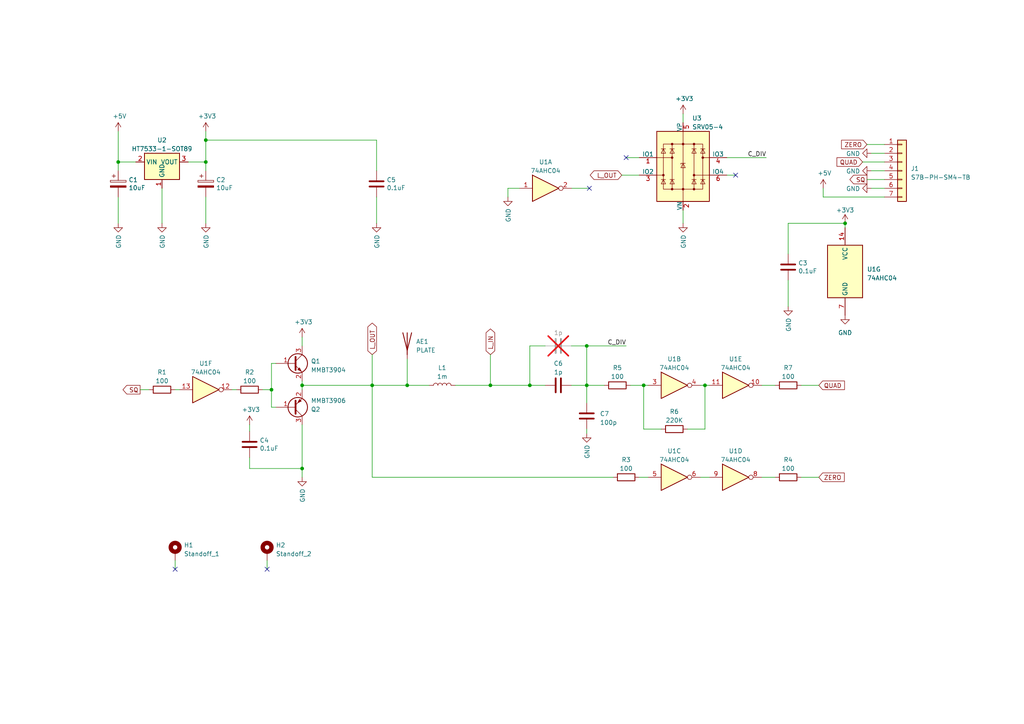
<source format=kicad_sch>
(kicad_sch (version 20230121) (generator eeschema)

  (uuid 3b0ead2a-6fae-4ae2-8192-98c9e26989ec)

  (paper "A4")

  (lib_symbols
    (symbol "74xx:74AHC04" (in_bom yes) (on_board yes)
      (property "Reference" "U" (at 0 1.27 0)
        (effects (font (size 1.27 1.27)))
      )
      (property "Value" "74AHC04" (at 0 -1.27 0)
        (effects (font (size 1.27 1.27)))
      )
      (property "Footprint" "" (at 0 0 0)
        (effects (font (size 1.27 1.27)) hide)
      )
      (property "Datasheet" "https://assets.nexperia.com/documents/data-sheet/74AHC_AHCT04.pdf" (at 0 0 0)
        (effects (font (size 1.27 1.27)) hide)
      )
      (property "ki_locked" "" (at 0 0 0)
        (effects (font (size 1.27 1.27)))
      )
      (property "ki_keywords" "AHCMOS not inv" (at 0 0 0)
        (effects (font (size 1.27 1.27)) hide)
      )
      (property "ki_description" "Hex Inverter" (at 0 0 0)
        (effects (font (size 1.27 1.27)) hide)
      )
      (property "ki_fp_filters" "DIP*W7.62mm* SSOP?14* TSSOP?14*" (at 0 0 0)
        (effects (font (size 1.27 1.27)) hide)
      )
      (symbol "74AHC04_1_0"
        (polyline
          (pts
            (xy -3.81 3.81)
            (xy -3.81 -3.81)
            (xy 3.81 0)
            (xy -3.81 3.81)
          )
          (stroke (width 0.254) (type default))
          (fill (type background))
        )
        (pin input line (at -7.62 0 0) (length 3.81)
          (name "~" (effects (font (size 1.27 1.27))))
          (number "1" (effects (font (size 1.27 1.27))))
        )
        (pin output inverted (at 7.62 0 180) (length 3.81)
          (name "~" (effects (font (size 1.27 1.27))))
          (number "2" (effects (font (size 1.27 1.27))))
        )
      )
      (symbol "74AHC04_2_0"
        (polyline
          (pts
            (xy -3.81 3.81)
            (xy -3.81 -3.81)
            (xy 3.81 0)
            (xy -3.81 3.81)
          )
          (stroke (width 0.254) (type default))
          (fill (type background))
        )
        (pin input line (at -7.62 0 0) (length 3.81)
          (name "~" (effects (font (size 1.27 1.27))))
          (number "3" (effects (font (size 1.27 1.27))))
        )
        (pin output inverted (at 7.62 0 180) (length 3.81)
          (name "~" (effects (font (size 1.27 1.27))))
          (number "4" (effects (font (size 1.27 1.27))))
        )
      )
      (symbol "74AHC04_3_0"
        (polyline
          (pts
            (xy -3.81 3.81)
            (xy -3.81 -3.81)
            (xy 3.81 0)
            (xy -3.81 3.81)
          )
          (stroke (width 0.254) (type default))
          (fill (type background))
        )
        (pin input line (at -7.62 0 0) (length 3.81)
          (name "~" (effects (font (size 1.27 1.27))))
          (number "5" (effects (font (size 1.27 1.27))))
        )
        (pin output inverted (at 7.62 0 180) (length 3.81)
          (name "~" (effects (font (size 1.27 1.27))))
          (number "6" (effects (font (size 1.27 1.27))))
        )
      )
      (symbol "74AHC04_4_0"
        (polyline
          (pts
            (xy -3.81 3.81)
            (xy -3.81 -3.81)
            (xy 3.81 0)
            (xy -3.81 3.81)
          )
          (stroke (width 0.254) (type default))
          (fill (type background))
        )
        (pin output inverted (at 7.62 0 180) (length 3.81)
          (name "~" (effects (font (size 1.27 1.27))))
          (number "8" (effects (font (size 1.27 1.27))))
        )
        (pin input line (at -7.62 0 0) (length 3.81)
          (name "~" (effects (font (size 1.27 1.27))))
          (number "9" (effects (font (size 1.27 1.27))))
        )
      )
      (symbol "74AHC04_5_0"
        (polyline
          (pts
            (xy -3.81 3.81)
            (xy -3.81 -3.81)
            (xy 3.81 0)
            (xy -3.81 3.81)
          )
          (stroke (width 0.254) (type default))
          (fill (type background))
        )
        (pin output inverted (at 7.62 0 180) (length 3.81)
          (name "~" (effects (font (size 1.27 1.27))))
          (number "10" (effects (font (size 1.27 1.27))))
        )
        (pin input line (at -7.62 0 0) (length 3.81)
          (name "~" (effects (font (size 1.27 1.27))))
          (number "11" (effects (font (size 1.27 1.27))))
        )
      )
      (symbol "74AHC04_6_0"
        (polyline
          (pts
            (xy -3.81 3.81)
            (xy -3.81 -3.81)
            (xy 3.81 0)
            (xy -3.81 3.81)
          )
          (stroke (width 0.254) (type default))
          (fill (type background))
        )
        (pin output inverted (at 7.62 0 180) (length 3.81)
          (name "~" (effects (font (size 1.27 1.27))))
          (number "12" (effects (font (size 1.27 1.27))))
        )
        (pin input line (at -7.62 0 0) (length 3.81)
          (name "~" (effects (font (size 1.27 1.27))))
          (number "13" (effects (font (size 1.27 1.27))))
        )
      )
      (symbol "74AHC04_7_0"
        (pin power_in line (at 0 12.7 270) (length 5.08)
          (name "VCC" (effects (font (size 1.27 1.27))))
          (number "14" (effects (font (size 1.27 1.27))))
        )
        (pin power_in line (at 0 -12.7 90) (length 5.08)
          (name "GND" (effects (font (size 1.27 1.27))))
          (number "7" (effects (font (size 1.27 1.27))))
        )
      )
      (symbol "74AHC04_7_1"
        (rectangle (start -5.08 7.62) (end 5.08 -7.62)
          (stroke (width 0.254) (type default))
          (fill (type background))
        )
      )
    )
    (symbol "Connector_Generic:Conn_01x07" (pin_names (offset 1.016) hide) (in_bom yes) (on_board yes)
      (property "Reference" "J" (at 0 10.16 0)
        (effects (font (size 1.27 1.27)))
      )
      (property "Value" "Conn_01x07" (at 0 -10.16 0)
        (effects (font (size 1.27 1.27)))
      )
      (property "Footprint" "" (at 0 0 0)
        (effects (font (size 1.27 1.27)) hide)
      )
      (property "Datasheet" "~" (at 0 0 0)
        (effects (font (size 1.27 1.27)) hide)
      )
      (property "ki_keywords" "connector" (at 0 0 0)
        (effects (font (size 1.27 1.27)) hide)
      )
      (property "ki_description" "Generic connector, single row, 01x07, script generated (kicad-library-utils/schlib/autogen/connector/)" (at 0 0 0)
        (effects (font (size 1.27 1.27)) hide)
      )
      (property "ki_fp_filters" "Connector*:*_1x??_*" (at 0 0 0)
        (effects (font (size 1.27 1.27)) hide)
      )
      (symbol "Conn_01x07_1_1"
        (rectangle (start -1.27 -7.493) (end 0 -7.747)
          (stroke (width 0.1524) (type default))
          (fill (type none))
        )
        (rectangle (start -1.27 -4.953) (end 0 -5.207)
          (stroke (width 0.1524) (type default))
          (fill (type none))
        )
        (rectangle (start -1.27 -2.413) (end 0 -2.667)
          (stroke (width 0.1524) (type default))
          (fill (type none))
        )
        (rectangle (start -1.27 0.127) (end 0 -0.127)
          (stroke (width 0.1524) (type default))
          (fill (type none))
        )
        (rectangle (start -1.27 2.667) (end 0 2.413)
          (stroke (width 0.1524) (type default))
          (fill (type none))
        )
        (rectangle (start -1.27 5.207) (end 0 4.953)
          (stroke (width 0.1524) (type default))
          (fill (type none))
        )
        (rectangle (start -1.27 7.747) (end 0 7.493)
          (stroke (width 0.1524) (type default))
          (fill (type none))
        )
        (rectangle (start -1.27 8.89) (end 1.27 -8.89)
          (stroke (width 0.254) (type default))
          (fill (type background))
        )
        (pin passive line (at -5.08 7.62 0) (length 3.81)
          (name "Pin_1" (effects (font (size 1.27 1.27))))
          (number "1" (effects (font (size 1.27 1.27))))
        )
        (pin passive line (at -5.08 5.08 0) (length 3.81)
          (name "Pin_2" (effects (font (size 1.27 1.27))))
          (number "2" (effects (font (size 1.27 1.27))))
        )
        (pin passive line (at -5.08 2.54 0) (length 3.81)
          (name "Pin_3" (effects (font (size 1.27 1.27))))
          (number "3" (effects (font (size 1.27 1.27))))
        )
        (pin passive line (at -5.08 0 0) (length 3.81)
          (name "Pin_4" (effects (font (size 1.27 1.27))))
          (number "4" (effects (font (size 1.27 1.27))))
        )
        (pin passive line (at -5.08 -2.54 0) (length 3.81)
          (name "Pin_5" (effects (font (size 1.27 1.27))))
          (number "5" (effects (font (size 1.27 1.27))))
        )
        (pin passive line (at -5.08 -5.08 0) (length 3.81)
          (name "Pin_6" (effects (font (size 1.27 1.27))))
          (number "6" (effects (font (size 1.27 1.27))))
        )
        (pin passive line (at -5.08 -7.62 0) (length 3.81)
          (name "Pin_7" (effects (font (size 1.27 1.27))))
          (number "7" (effects (font (size 1.27 1.27))))
        )
      )
    )
    (symbol "Device:Antenna" (pin_numbers hide) (pin_names (offset 1.016) hide) (in_bom yes) (on_board yes)
      (property "Reference" "AE" (at -1.905 1.905 0)
        (effects (font (size 1.27 1.27)) (justify right))
      )
      (property "Value" "Antenna" (at -1.905 0 0)
        (effects (font (size 1.27 1.27)) (justify right))
      )
      (property "Footprint" "" (at 0 0 0)
        (effects (font (size 1.27 1.27)) hide)
      )
      (property "Datasheet" "~" (at 0 0 0)
        (effects (font (size 1.27 1.27)) hide)
      )
      (property "ki_keywords" "antenna" (at 0 0 0)
        (effects (font (size 1.27 1.27)) hide)
      )
      (property "ki_description" "Antenna" (at 0 0 0)
        (effects (font (size 1.27 1.27)) hide)
      )
      (symbol "Antenna_0_1"
        (polyline
          (pts
            (xy 0 2.54)
            (xy 0 -3.81)
          )
          (stroke (width 0.254) (type default))
          (fill (type none))
        )
        (polyline
          (pts
            (xy 1.27 2.54)
            (xy 0 -2.54)
            (xy -1.27 2.54)
          )
          (stroke (width 0.254) (type default))
          (fill (type none))
        )
      )
      (symbol "Antenna_1_1"
        (pin input line (at 0 -5.08 90) (length 2.54)
          (name "A" (effects (font (size 1.27 1.27))))
          (number "1" (effects (font (size 1.27 1.27))))
        )
      )
    )
    (symbol "Device:C" (pin_numbers hide) (pin_names (offset 0.254)) (in_bom yes) (on_board yes)
      (property "Reference" "C" (at 0.635 2.54 0)
        (effects (font (size 1.27 1.27)) (justify left))
      )
      (property "Value" "C" (at 0.635 -2.54 0)
        (effects (font (size 1.27 1.27)) (justify left))
      )
      (property "Footprint" "" (at 0.9652 -3.81 0)
        (effects (font (size 1.27 1.27)) hide)
      )
      (property "Datasheet" "~" (at 0 0 0)
        (effects (font (size 1.27 1.27)) hide)
      )
      (property "ki_keywords" "cap capacitor" (at 0 0 0)
        (effects (font (size 1.27 1.27)) hide)
      )
      (property "ki_description" "Unpolarized capacitor" (at 0 0 0)
        (effects (font (size 1.27 1.27)) hide)
      )
      (property "ki_fp_filters" "C_*" (at 0 0 0)
        (effects (font (size 1.27 1.27)) hide)
      )
      (symbol "C_0_1"
        (polyline
          (pts
            (xy -2.032 -0.762)
            (xy 2.032 -0.762)
          )
          (stroke (width 0.508) (type default))
          (fill (type none))
        )
        (polyline
          (pts
            (xy -2.032 0.762)
            (xy 2.032 0.762)
          )
          (stroke (width 0.508) (type default))
          (fill (type none))
        )
      )
      (symbol "C_1_1"
        (pin passive line (at 0 3.81 270) (length 2.794)
          (name "~" (effects (font (size 1.27 1.27))))
          (number "1" (effects (font (size 1.27 1.27))))
        )
        (pin passive line (at 0 -3.81 90) (length 2.794)
          (name "~" (effects (font (size 1.27 1.27))))
          (number "2" (effects (font (size 1.27 1.27))))
        )
      )
    )
    (symbol "Device:CP" (pin_numbers hide) (pin_names (offset 0.254)) (in_bom yes) (on_board yes)
      (property "Reference" "C" (at 0.635 2.54 0)
        (effects (font (size 1.27 1.27)) (justify left))
      )
      (property "Value" "Device_CP" (at 0.635 -2.54 0)
        (effects (font (size 1.27 1.27)) (justify left))
      )
      (property "Footprint" "" (at 0.9652 -3.81 0)
        (effects (font (size 1.27 1.27)) hide)
      )
      (property "Datasheet" "" (at 0 0 0)
        (effects (font (size 1.27 1.27)) hide)
      )
      (property "ki_fp_filters" "CP_*" (at 0 0 0)
        (effects (font (size 1.27 1.27)) hide)
      )
      (symbol "CP_0_1"
        (rectangle (start -2.286 0.508) (end 2.286 1.016)
          (stroke (width 0) (type default))
          (fill (type none))
        )
        (polyline
          (pts
            (xy -1.778 2.286)
            (xy -0.762 2.286)
          )
          (stroke (width 0) (type default))
          (fill (type none))
        )
        (polyline
          (pts
            (xy -1.27 2.794)
            (xy -1.27 1.778)
          )
          (stroke (width 0) (type default))
          (fill (type none))
        )
        (rectangle (start 2.286 -0.508) (end -2.286 -1.016)
          (stroke (width 0) (type default))
          (fill (type outline))
        )
      )
      (symbol "CP_1_1"
        (pin passive line (at 0 3.81 270) (length 2.794)
          (name "~" (effects (font (size 1.27 1.27))))
          (number "1" (effects (font (size 1.27 1.27))))
        )
        (pin passive line (at 0 -3.81 90) (length 2.794)
          (name "~" (effects (font (size 1.27 1.27))))
          (number "2" (effects (font (size 1.27 1.27))))
        )
      )
    )
    (symbol "Device:L" (pin_numbers hide) (pin_names (offset 1.016) hide) (in_bom yes) (on_board yes)
      (property "Reference" "L" (at -1.27 0 90)
        (effects (font (size 1.27 1.27)))
      )
      (property "Value" "L" (at 1.905 0 90)
        (effects (font (size 1.27 1.27)))
      )
      (property "Footprint" "" (at 0 0 0)
        (effects (font (size 1.27 1.27)) hide)
      )
      (property "Datasheet" "~" (at 0 0 0)
        (effects (font (size 1.27 1.27)) hide)
      )
      (property "ki_keywords" "inductor choke coil reactor magnetic" (at 0 0 0)
        (effects (font (size 1.27 1.27)) hide)
      )
      (property "ki_description" "Inductor" (at 0 0 0)
        (effects (font (size 1.27 1.27)) hide)
      )
      (property "ki_fp_filters" "Choke_* *Coil* Inductor_* L_*" (at 0 0 0)
        (effects (font (size 1.27 1.27)) hide)
      )
      (symbol "L_0_1"
        (arc (start 0 -2.54) (mid 0.6323 -1.905) (end 0 -1.27)
          (stroke (width 0) (type default))
          (fill (type none))
        )
        (arc (start 0 -1.27) (mid 0.6323 -0.635) (end 0 0)
          (stroke (width 0) (type default))
          (fill (type none))
        )
        (arc (start 0 0) (mid 0.6323 0.635) (end 0 1.27)
          (stroke (width 0) (type default))
          (fill (type none))
        )
        (arc (start 0 1.27) (mid 0.6323 1.905) (end 0 2.54)
          (stroke (width 0) (type default))
          (fill (type none))
        )
      )
      (symbol "L_1_1"
        (pin passive line (at 0 3.81 270) (length 1.27)
          (name "1" (effects (font (size 1.27 1.27))))
          (number "1" (effects (font (size 1.27 1.27))))
        )
        (pin passive line (at 0 -3.81 90) (length 1.27)
          (name "2" (effects (font (size 1.27 1.27))))
          (number "2" (effects (font (size 1.27 1.27))))
        )
      )
    )
    (symbol "Device:R" (pin_numbers hide) (pin_names (offset 0)) (in_bom yes) (on_board yes)
      (property "Reference" "R" (at 2.032 0 90)
        (effects (font (size 1.27 1.27)))
      )
      (property "Value" "R" (at 0 0 90)
        (effects (font (size 1.27 1.27)))
      )
      (property "Footprint" "" (at -1.778 0 90)
        (effects (font (size 1.27 1.27)) hide)
      )
      (property "Datasheet" "~" (at 0 0 0)
        (effects (font (size 1.27 1.27)) hide)
      )
      (property "ki_keywords" "R res resistor" (at 0 0 0)
        (effects (font (size 1.27 1.27)) hide)
      )
      (property "ki_description" "Resistor" (at 0 0 0)
        (effects (font (size 1.27 1.27)) hide)
      )
      (property "ki_fp_filters" "R_*" (at 0 0 0)
        (effects (font (size 1.27 1.27)) hide)
      )
      (symbol "R_0_1"
        (rectangle (start -1.016 -2.54) (end 1.016 2.54)
          (stroke (width 0.254) (type default))
          (fill (type none))
        )
      )
      (symbol "R_1_1"
        (pin passive line (at 0 3.81 270) (length 1.27)
          (name "~" (effects (font (size 1.27 1.27))))
          (number "1" (effects (font (size 1.27 1.27))))
        )
        (pin passive line (at 0 -3.81 90) (length 1.27)
          (name "~" (effects (font (size 1.27 1.27))))
          (number "2" (effects (font (size 1.27 1.27))))
        )
      )
    )
    (symbol "Mechanical:MountingHole_Pad" (pin_numbers hide) (pin_names (offset 1.016) hide) (in_bom yes) (on_board yes)
      (property "Reference" "H" (at 0 6.35 0)
        (effects (font (size 1.27 1.27)))
      )
      (property "Value" "MountingHole_Pad" (at 0 4.445 0)
        (effects (font (size 1.27 1.27)))
      )
      (property "Footprint" "" (at 0 0 0)
        (effects (font (size 1.27 1.27)) hide)
      )
      (property "Datasheet" "~" (at 0 0 0)
        (effects (font (size 1.27 1.27)) hide)
      )
      (property "ki_keywords" "mounting hole" (at 0 0 0)
        (effects (font (size 1.27 1.27)) hide)
      )
      (property "ki_description" "Mounting Hole with connection" (at 0 0 0)
        (effects (font (size 1.27 1.27)) hide)
      )
      (property "ki_fp_filters" "MountingHole*Pad*" (at 0 0 0)
        (effects (font (size 1.27 1.27)) hide)
      )
      (symbol "MountingHole_Pad_0_1"
        (circle (center 0 1.27) (radius 1.27)
          (stroke (width 1.27) (type default))
          (fill (type none))
        )
      )
      (symbol "MountingHole_Pad_1_1"
        (pin input line (at 0 -2.54 90) (length 2.54)
          (name "1" (effects (font (size 1.27 1.27))))
          (number "1" (effects (font (size 1.27 1.27))))
        )
      )
    )
    (symbol "Power_Protection:SRV05-4" (pin_names (offset 0)) (in_bom yes) (on_board yes)
      (property "Reference" "U" (at -5.08 11.43 0)
        (effects (font (size 1.27 1.27)) (justify right))
      )
      (property "Value" "SRV05-4" (at 2.54 11.43 0)
        (effects (font (size 1.27 1.27)) (justify left))
      )
      (property "Footprint" "Package_TO_SOT_SMD:SOT-23-6" (at 17.78 -11.43 0)
        (effects (font (size 1.27 1.27)) hide)
      )
      (property "Datasheet" "http://www.onsemi.com/pub/Collateral/SRV05-4-D.PDF" (at 0 0 0)
        (effects (font (size 1.27 1.27)) hide)
      )
      (property "ki_keywords" "ESD protection diodes" (at 0 0 0)
        (effects (font (size 1.27 1.27)) hide)
      )
      (property "ki_description" "ESD Protection Diodes with Low Clamping Voltage, SOT-23-6" (at 0 0 0)
        (effects (font (size 1.27 1.27)) hide)
      )
      (property "ki_fp_filters" "SOT?23*" (at 0 0 0)
        (effects (font (size 1.27 1.27)) hide)
      )
      (symbol "SRV05-4_0_0"
        (rectangle (start -5.715 6.477) (end 5.715 -6.604)
          (stroke (width 0) (type default))
          (fill (type none))
        )
        (polyline
          (pts
            (xy -3.175 -6.604)
            (xy -3.175 6.477)
          )
          (stroke (width 0) (type default))
          (fill (type none))
        )
        (polyline
          (pts
            (xy 3.175 6.477)
            (xy 3.175 -6.604)
          )
          (stroke (width 0) (type default))
          (fill (type none))
        )
      )
      (symbol "SRV05-4_0_1"
        (rectangle (start -7.62 10.16) (end 7.62 -10.16)
          (stroke (width 0.254) (type default))
          (fill (type background))
        )
        (circle (center -5.715 -2.54) (radius 0.2794)
          (stroke (width 0) (type default))
          (fill (type outline))
        )
        (circle (center -3.175 -6.604) (radius 0.2794)
          (stroke (width 0) (type default))
          (fill (type outline))
        )
        (circle (center -3.175 2.54) (radius 0.2794)
          (stroke (width 0) (type default))
          (fill (type outline))
        )
        (circle (center -3.175 6.477) (radius 0.2794)
          (stroke (width 0) (type default))
          (fill (type outline))
        )
        (circle (center 0 -6.604) (radius 0.2794)
          (stroke (width 0) (type default))
          (fill (type outline))
        )
        (polyline
          (pts
            (xy -7.747 2.54)
            (xy -3.175 2.54)
          )
          (stroke (width 0) (type default))
          (fill (type none))
        )
        (polyline
          (pts
            (xy -7.62 -2.54)
            (xy -5.715 -2.54)
          )
          (stroke (width 0) (type default))
          (fill (type none))
        )
        (polyline
          (pts
            (xy -5.08 -3.81)
            (xy -6.35 -3.81)
          )
          (stroke (width 0) (type default))
          (fill (type none))
        )
        (polyline
          (pts
            (xy -5.08 5.08)
            (xy -6.35 5.08)
          )
          (stroke (width 0) (type default))
          (fill (type none))
        )
        (polyline
          (pts
            (xy -2.54 -3.81)
            (xy -3.81 -3.81)
          )
          (stroke (width 0) (type default))
          (fill (type none))
        )
        (polyline
          (pts
            (xy -2.54 5.08)
            (xy -3.81 5.08)
          )
          (stroke (width 0) (type default))
          (fill (type none))
        )
        (polyline
          (pts
            (xy 0 10.16)
            (xy 0 -10.16)
          )
          (stroke (width 0) (type default))
          (fill (type none))
        )
        (polyline
          (pts
            (xy 3.81 -3.81)
            (xy 2.54 -3.81)
          )
          (stroke (width 0) (type default))
          (fill (type none))
        )
        (polyline
          (pts
            (xy 3.81 5.08)
            (xy 2.54 5.08)
          )
          (stroke (width 0) (type default))
          (fill (type none))
        )
        (polyline
          (pts
            (xy 6.35 -3.81)
            (xy 5.08 -3.81)
          )
          (stroke (width 0) (type default))
          (fill (type none))
        )
        (polyline
          (pts
            (xy 6.35 5.08)
            (xy 5.08 5.08)
          )
          (stroke (width 0) (type default))
          (fill (type none))
        )
        (polyline
          (pts
            (xy 7.62 -2.54)
            (xy 3.175 -2.54)
          )
          (stroke (width 0) (type default))
          (fill (type none))
        )
        (polyline
          (pts
            (xy 7.62 2.54)
            (xy 5.715 2.54)
          )
          (stroke (width 0) (type default))
          (fill (type none))
        )
        (polyline
          (pts
            (xy 0.635 0.889)
            (xy -0.635 0.889)
            (xy -0.635 0.635)
          )
          (stroke (width 0) (type default))
          (fill (type none))
        )
        (polyline
          (pts
            (xy -5.08 -5.08)
            (xy -6.35 -5.08)
            (xy -5.715 -3.81)
            (xy -5.08 -5.08)
          )
          (stroke (width 0) (type default))
          (fill (type none))
        )
        (polyline
          (pts
            (xy -5.08 3.81)
            (xy -6.35 3.81)
            (xy -5.715 5.08)
            (xy -5.08 3.81)
          )
          (stroke (width 0) (type default))
          (fill (type none))
        )
        (polyline
          (pts
            (xy -2.54 -5.08)
            (xy -3.81 -5.08)
            (xy -3.175 -3.81)
            (xy -2.54 -5.08)
          )
          (stroke (width 0) (type default))
          (fill (type none))
        )
        (polyline
          (pts
            (xy -2.54 3.81)
            (xy -3.81 3.81)
            (xy -3.175 5.08)
            (xy -2.54 3.81)
          )
          (stroke (width 0) (type default))
          (fill (type none))
        )
        (polyline
          (pts
            (xy 0.635 -0.381)
            (xy -0.635 -0.381)
            (xy 0 0.889)
            (xy 0.635 -0.381)
          )
          (stroke (width 0) (type default))
          (fill (type none))
        )
        (polyline
          (pts
            (xy 3.81 -5.08)
            (xy 2.54 -5.08)
            (xy 3.175 -3.81)
            (xy 3.81 -5.08)
          )
          (stroke (width 0) (type default))
          (fill (type none))
        )
        (polyline
          (pts
            (xy 3.81 3.81)
            (xy 2.54 3.81)
            (xy 3.175 5.08)
            (xy 3.81 3.81)
          )
          (stroke (width 0) (type default))
          (fill (type none))
        )
        (polyline
          (pts
            (xy 6.35 -5.08)
            (xy 5.08 -5.08)
            (xy 5.715 -3.81)
            (xy 6.35 -5.08)
          )
          (stroke (width 0) (type default))
          (fill (type none))
        )
        (polyline
          (pts
            (xy 6.35 3.81)
            (xy 5.08 3.81)
            (xy 5.715 5.08)
            (xy 6.35 3.81)
          )
          (stroke (width 0) (type default))
          (fill (type none))
        )
        (circle (center 0 6.477) (radius 0.2794)
          (stroke (width 0) (type default))
          (fill (type outline))
        )
        (circle (center 3.175 -6.604) (radius 0.2794)
          (stroke (width 0) (type default))
          (fill (type outline))
        )
        (circle (center 3.175 -2.54) (radius 0.2794)
          (stroke (width 0) (type default))
          (fill (type outline))
        )
        (circle (center 3.175 6.477) (radius 0.2794)
          (stroke (width 0) (type default))
          (fill (type outline))
        )
        (circle (center 5.715 2.54) (radius 0.2794)
          (stroke (width 0) (type default))
          (fill (type outline))
        )
      )
      (symbol "SRV05-4_1_1"
        (pin passive line (at -12.7 2.54 0) (length 5.08)
          (name "IO1" (effects (font (size 1.27 1.27))))
          (number "1" (effects (font (size 1.27 1.27))))
        )
        (pin passive line (at 0 -12.7 90) (length 2.54)
          (name "VN" (effects (font (size 1.27 1.27))))
          (number "2" (effects (font (size 1.27 1.27))))
        )
        (pin passive line (at -12.7 -2.54 0) (length 5.08)
          (name "IO2" (effects (font (size 1.27 1.27))))
          (number "3" (effects (font (size 1.27 1.27))))
        )
        (pin passive line (at 12.7 2.54 180) (length 5.08)
          (name "IO3" (effects (font (size 1.27 1.27))))
          (number "4" (effects (font (size 1.27 1.27))))
        )
        (pin passive line (at 0 12.7 270) (length 2.54)
          (name "VP" (effects (font (size 1.27 1.27))))
          (number "5" (effects (font (size 1.27 1.27))))
        )
        (pin passive line (at 12.7 -2.54 180) (length 5.08)
          (name "IO4" (effects (font (size 1.27 1.27))))
          (number "6" (effects (font (size 1.27 1.27))))
        )
      )
    )
    (symbol "Regulator_Linear:HT75xx-1-SOT89" (in_bom yes) (on_board yes)
      (property "Reference" "U" (at -5.08 -3.81 0)
        (effects (font (size 1.27 1.27)) (justify left))
      )
      (property "Value" "HT75xx-1-SOT89" (at 0 6.35 0)
        (effects (font (size 1.27 1.27)))
      )
      (property "Footprint" "Package_TO_SOT_SMD:SOT-89-3" (at 0 8.255 0)
        (effects (font (size 1.27 1.27) italic) hide)
      )
      (property "Datasheet" "https://www.holtek.com/documents/10179/116711/HT75xx-1v250.pdf" (at 0 2.54 0)
        (effects (font (size 1.27 1.27)) hide)
      )
      (property "ki_keywords" "100mA LDO Regulator Fixed Positive" (at 0 0 0)
        (effects (font (size 1.27 1.27)) hide)
      )
      (property "ki_description" "100mA Low Dropout Voltage Regulator, Fixed Output, SOT89" (at 0 0 0)
        (effects (font (size 1.27 1.27)) hide)
      )
      (property "ki_fp_filters" "SOT?89*" (at 0 0 0)
        (effects (font (size 1.27 1.27)) hide)
      )
      (symbol "HT75xx-1-SOT89_0_1"
        (rectangle (start -5.08 5.08) (end 5.08 -2.54)
          (stroke (width 0.254) (type default))
          (fill (type background))
        )
      )
      (symbol "HT75xx-1-SOT89_1_1"
        (pin power_in line (at 0 -5.08 90) (length 2.54)
          (name "GND" (effects (font (size 1.27 1.27))))
          (number "1" (effects (font (size 1.27 1.27))))
        )
        (pin power_in line (at -7.62 2.54 0) (length 2.54)
          (name "VIN" (effects (font (size 1.27 1.27))))
          (number "2" (effects (font (size 1.27 1.27))))
        )
        (pin power_out line (at 7.62 2.54 180) (length 2.54)
          (name "VOUT" (effects (font (size 1.27 1.27))))
          (number "3" (effects (font (size 1.27 1.27))))
        )
      )
    )
    (symbol "Transistor_BJT:MMBT3904" (pin_names (offset 0) hide) (in_bom yes) (on_board yes)
      (property "Reference" "Q" (at 5.08 1.905 0)
        (effects (font (size 1.27 1.27)) (justify left))
      )
      (property "Value" "MMBT3904" (at 5.08 0 0)
        (effects (font (size 1.27 1.27)) (justify left))
      )
      (property "Footprint" "Package_TO_SOT_SMD:SOT-23" (at 5.08 -1.905 0)
        (effects (font (size 1.27 1.27) italic) (justify left) hide)
      )
      (property "Datasheet" "https://www.onsemi.com/pub/Collateral/2N3903-D.PDF" (at 0 0 0)
        (effects (font (size 1.27 1.27)) (justify left) hide)
      )
      (property "ki_keywords" "NPN Transistor" (at 0 0 0)
        (effects (font (size 1.27 1.27)) hide)
      )
      (property "ki_description" "0.2A Ic, 40V Vce, Small Signal NPN Transistor, SOT-23" (at 0 0 0)
        (effects (font (size 1.27 1.27)) hide)
      )
      (property "ki_fp_filters" "SOT?23*" (at 0 0 0)
        (effects (font (size 1.27 1.27)) hide)
      )
      (symbol "MMBT3904_0_1"
        (polyline
          (pts
            (xy 0.635 0.635)
            (xy 2.54 2.54)
          )
          (stroke (width 0) (type default))
          (fill (type none))
        )
        (polyline
          (pts
            (xy 0.635 -0.635)
            (xy 2.54 -2.54)
            (xy 2.54 -2.54)
          )
          (stroke (width 0) (type default))
          (fill (type none))
        )
        (polyline
          (pts
            (xy 0.635 1.905)
            (xy 0.635 -1.905)
            (xy 0.635 -1.905)
          )
          (stroke (width 0.508) (type default))
          (fill (type none))
        )
        (polyline
          (pts
            (xy 1.27 -1.778)
            (xy 1.778 -1.27)
            (xy 2.286 -2.286)
            (xy 1.27 -1.778)
            (xy 1.27 -1.778)
          )
          (stroke (width 0) (type default))
          (fill (type outline))
        )
        (circle (center 1.27 0) (radius 2.8194)
          (stroke (width 0.254) (type default))
          (fill (type none))
        )
      )
      (symbol "MMBT3904_1_1"
        (pin input line (at -5.08 0 0) (length 5.715)
          (name "B" (effects (font (size 1.27 1.27))))
          (number "1" (effects (font (size 1.27 1.27))))
        )
        (pin passive line (at 2.54 -5.08 90) (length 2.54)
          (name "E" (effects (font (size 1.27 1.27))))
          (number "2" (effects (font (size 1.27 1.27))))
        )
        (pin passive line (at 2.54 5.08 270) (length 2.54)
          (name "C" (effects (font (size 1.27 1.27))))
          (number "3" (effects (font (size 1.27 1.27))))
        )
      )
    )
    (symbol "Transistor_BJT:MMBT3906" (pin_names (offset 0) hide) (in_bom yes) (on_board yes)
      (property "Reference" "Q" (at 5.08 1.905 0)
        (effects (font (size 1.27 1.27)) (justify left))
      )
      (property "Value" "MMBT3906" (at 5.08 0 0)
        (effects (font (size 1.27 1.27)) (justify left))
      )
      (property "Footprint" "Package_TO_SOT_SMD:SOT-23" (at 5.08 -1.905 0)
        (effects (font (size 1.27 1.27) italic) (justify left) hide)
      )
      (property "Datasheet" "https://www.onsemi.com/pub/Collateral/2N3906-D.PDF" (at 0 0 0)
        (effects (font (size 1.27 1.27)) (justify left) hide)
      )
      (property "ki_keywords" "PNP Transistor" (at 0 0 0)
        (effects (font (size 1.27 1.27)) hide)
      )
      (property "ki_description" "-0.2A Ic, -40V Vce, Small Signal PNP Transistor, SOT-23" (at 0 0 0)
        (effects (font (size 1.27 1.27)) hide)
      )
      (property "ki_fp_filters" "SOT?23*" (at 0 0 0)
        (effects (font (size 1.27 1.27)) hide)
      )
      (symbol "MMBT3906_0_1"
        (polyline
          (pts
            (xy 0.635 0.635)
            (xy 2.54 2.54)
          )
          (stroke (width 0) (type default))
          (fill (type none))
        )
        (polyline
          (pts
            (xy 0.635 -0.635)
            (xy 2.54 -2.54)
            (xy 2.54 -2.54)
          )
          (stroke (width 0) (type default))
          (fill (type none))
        )
        (polyline
          (pts
            (xy 0.635 1.905)
            (xy 0.635 -1.905)
            (xy 0.635 -1.905)
          )
          (stroke (width 0.508) (type default))
          (fill (type none))
        )
        (polyline
          (pts
            (xy 2.286 -1.778)
            (xy 1.778 -2.286)
            (xy 1.27 -1.27)
            (xy 2.286 -1.778)
            (xy 2.286 -1.778)
          )
          (stroke (width 0) (type default))
          (fill (type outline))
        )
        (circle (center 1.27 0) (radius 2.8194)
          (stroke (width 0.254) (type default))
          (fill (type none))
        )
      )
      (symbol "MMBT3906_1_1"
        (pin input line (at -5.08 0 0) (length 5.715)
          (name "B" (effects (font (size 1.27 1.27))))
          (number "1" (effects (font (size 1.27 1.27))))
        )
        (pin passive line (at 2.54 -5.08 90) (length 2.54)
          (name "E" (effects (font (size 1.27 1.27))))
          (number "2" (effects (font (size 1.27 1.27))))
        )
        (pin passive line (at 2.54 5.08 270) (length 2.54)
          (name "C" (effects (font (size 1.27 1.27))))
          (number "3" (effects (font (size 1.27 1.27))))
        )
      )
    )
    (symbol "power:+3V3" (power) (pin_names (offset 0)) (in_bom yes) (on_board yes)
      (property "Reference" "#PWR" (at 0 -3.81 0)
        (effects (font (size 1.27 1.27)) hide)
      )
      (property "Value" "+3V3" (at 0 3.556 0)
        (effects (font (size 1.27 1.27)))
      )
      (property "Footprint" "" (at 0 0 0)
        (effects (font (size 1.27 1.27)) hide)
      )
      (property "Datasheet" "" (at 0 0 0)
        (effects (font (size 1.27 1.27)) hide)
      )
      (property "ki_keywords" "power-flag" (at 0 0 0)
        (effects (font (size 1.27 1.27)) hide)
      )
      (property "ki_description" "Power symbol creates a global label with name \"+3V3\"" (at 0 0 0)
        (effects (font (size 1.27 1.27)) hide)
      )
      (symbol "+3V3_0_1"
        (polyline
          (pts
            (xy -0.762 1.27)
            (xy 0 2.54)
          )
          (stroke (width 0) (type default))
          (fill (type none))
        )
        (polyline
          (pts
            (xy 0 0)
            (xy 0 2.54)
          )
          (stroke (width 0) (type default))
          (fill (type none))
        )
        (polyline
          (pts
            (xy 0 2.54)
            (xy 0.762 1.27)
          )
          (stroke (width 0) (type default))
          (fill (type none))
        )
      )
      (symbol "+3V3_1_1"
        (pin power_in line (at 0 0 90) (length 0) hide
          (name "+3V3" (effects (font (size 1.27 1.27))))
          (number "1" (effects (font (size 1.27 1.27))))
        )
      )
    )
    (symbol "power:+5V" (power) (pin_names (offset 0)) (in_bom yes) (on_board yes)
      (property "Reference" "#PWR" (at 0 -3.81 0)
        (effects (font (size 1.27 1.27)) hide)
      )
      (property "Value" "+5V" (at 0 3.556 0)
        (effects (font (size 1.27 1.27)))
      )
      (property "Footprint" "" (at 0 0 0)
        (effects (font (size 1.27 1.27)) hide)
      )
      (property "Datasheet" "" (at 0 0 0)
        (effects (font (size 1.27 1.27)) hide)
      )
      (property "ki_keywords" "power-flag" (at 0 0 0)
        (effects (font (size 1.27 1.27)) hide)
      )
      (property "ki_description" "Power symbol creates a global label with name \"+5V\"" (at 0 0 0)
        (effects (font (size 1.27 1.27)) hide)
      )
      (symbol "+5V_0_1"
        (polyline
          (pts
            (xy -0.762 1.27)
            (xy 0 2.54)
          )
          (stroke (width 0) (type default))
          (fill (type none))
        )
        (polyline
          (pts
            (xy 0 0)
            (xy 0 2.54)
          )
          (stroke (width 0) (type default))
          (fill (type none))
        )
        (polyline
          (pts
            (xy 0 2.54)
            (xy 0.762 1.27)
          )
          (stroke (width 0) (type default))
          (fill (type none))
        )
      )
      (symbol "+5V_1_1"
        (pin power_in line (at 0 0 90) (length 0) hide
          (name "+5V" (effects (font (size 1.27 1.27))))
          (number "1" (effects (font (size 1.27 1.27))))
        )
      )
    )
    (symbol "power:GND" (power) (pin_names (offset 0)) (in_bom yes) (on_board yes)
      (property "Reference" "#PWR" (at 0 -6.35 0)
        (effects (font (size 1.27 1.27)) hide)
      )
      (property "Value" "GND" (at 0 -3.81 0)
        (effects (font (size 1.27 1.27)))
      )
      (property "Footprint" "" (at 0 0 0)
        (effects (font (size 1.27 1.27)) hide)
      )
      (property "Datasheet" "" (at 0 0 0)
        (effects (font (size 1.27 1.27)) hide)
      )
      (property "ki_keywords" "power-flag" (at 0 0 0)
        (effects (font (size 1.27 1.27)) hide)
      )
      (property "ki_description" "Power symbol creates a global label with name \"GND\" , ground" (at 0 0 0)
        (effects (font (size 1.27 1.27)) hide)
      )
      (symbol "GND_0_1"
        (polyline
          (pts
            (xy 0 0)
            (xy 0 -1.27)
            (xy 1.27 -1.27)
            (xy 0 -2.54)
            (xy -1.27 -1.27)
            (xy 0 -1.27)
          )
          (stroke (width 0) (type default))
          (fill (type none))
        )
      )
      (symbol "GND_1_1"
        (pin power_in line (at 0 0 270) (length 0) hide
          (name "GND" (effects (font (size 1.27 1.27))))
          (number "1" (effects (font (size 1.27 1.27))))
        )
      )
    )
  )

  (junction (at 170.18 111.76) (diameter 0) (color 0 0 0 0)
    (uuid 081ed54e-da88-4e87-bd71-8ee72e2c5c8b)
  )
  (junction (at 34.29 46.99) (diameter 0) (color 0 0 0 0)
    (uuid 27ffc45a-469d-4c47-b633-cdf28d4fc97b)
  )
  (junction (at 204.47 111.76) (diameter 0) (color 0 0 0 0)
    (uuid 2bfbc6c2-7b35-4c37-ab57-04cd33875b2f)
  )
  (junction (at 87.63 135.89) (diameter 0) (color 0 0 0 0)
    (uuid 311e78bd-5e40-4bee-adb0-62cc87398fab)
  )
  (junction (at 118.11 111.76) (diameter 0) (color 0 0 0 0)
    (uuid 3601bcba-e3ae-4e0c-96ac-6e17b1033347)
  )
  (junction (at 78.74 113.03) (diameter 0) (color 0 0 0 0)
    (uuid 3642bb34-d351-43f8-9f21-acf1c64f65b3)
  )
  (junction (at 245.11 64.77) (diameter 0) (color 0 0 0 0)
    (uuid 37e78e81-3b14-4669-95e1-7b61a6a87a43)
  )
  (junction (at 87.63 111.76) (diameter 0) (color 0 0 0 0)
    (uuid 3f76b64a-106d-4d98-8bfc-68f0c74cf6f4)
  )
  (junction (at 59.69 46.99) (diameter 0) (color 0 0 0 0)
    (uuid 412ac1a3-b011-4f6a-8d2c-ee5895824b85)
  )
  (junction (at 59.69 40.64) (diameter 0) (color 0 0 0 0)
    (uuid 958c0f81-5104-495c-af48-524b5b1aa589)
  )
  (junction (at 186.69 111.76) (diameter 0) (color 0 0 0 0)
    (uuid a09a0188-bb0c-4790-9cdf-29f919c89fab)
  )
  (junction (at 153.67 111.76) (diameter 0) (color 0 0 0 0)
    (uuid a1e5303d-4123-457e-876f-721f6c81834d)
  )
  (junction (at 170.18 100.33) (diameter 0) (color 0 0 0 0)
    (uuid a40d5b15-0d29-4204-bf76-ccfd26fee1fa)
  )
  (junction (at 142.24 111.76) (diameter 0) (color 0 0 0 0)
    (uuid aa626d23-f7dd-478e-bdc2-cc9a71e4287e)
  )
  (junction (at 107.95 111.76) (diameter 0) (color 0 0 0 0)
    (uuid db422d4b-01e4-4886-894b-780060bce24e)
  )

  (no_connect (at 181.61 45.72) (uuid 143f4ddb-b3fa-49bf-81d8-ef92ba62d6c7))
  (no_connect (at 77.47 165.1) (uuid 1444bbb9-2afc-4e11-9c9d-b7eb8b6fe03d))
  (no_connect (at 213.36 50.8) (uuid 5841f3e7-9fdf-4a63-89dd-80fc2d6dc195))
  (no_connect (at 50.8 165.1) (uuid 6bbeabe9-72f4-4050-b893-f2cc725a7dd3))
  (no_connect (at 170.942 54.61) (uuid ea97a910-e9fa-4b79-b793-475f06a15ad2))

  (wire (pts (xy 67.31 113.03) (xy 68.58 113.03))
    (stroke (width 0) (type default))
    (uuid 0af2e46b-582d-415e-8e9e-6549bfa70605)
  )
  (wire (pts (xy 238.76 57.15) (xy 256.54 57.15))
    (stroke (width 0) (type default))
    (uuid 0b5e1e1f-46da-4964-ba7d-53bd830de0c7)
  )
  (wire (pts (xy 132.08 111.76) (xy 142.24 111.76))
    (stroke (width 0) (type default))
    (uuid 100ccb2d-b4f5-4a17-91c3-12e655abf628)
  )
  (wire (pts (xy 87.63 135.89) (xy 87.63 138.43))
    (stroke (width 0) (type default))
    (uuid 145d9184-75a4-450c-9331-fb5f933d9bfe)
  )
  (wire (pts (xy 78.74 113.03) (xy 78.74 118.11))
    (stroke (width 0) (type default))
    (uuid 1aea412f-965c-4c54-9970-162eb753a6ae)
  )
  (wire (pts (xy 50.8 113.03) (xy 52.07 113.03))
    (stroke (width 0) (type default))
    (uuid 1b7334a0-bdb5-433b-b35b-3b74213ecc33)
  )
  (wire (pts (xy 245.11 64.77) (xy 245.11 66.04))
    (stroke (width 0) (type default))
    (uuid 1ccb0e07-4a51-4d26-b483-931fa84e64ed)
  )
  (wire (pts (xy 87.63 110.49) (xy 87.63 111.76))
    (stroke (width 0) (type default))
    (uuid 21a8d448-cb8e-4103-a0fc-b116a29d60d7)
  )
  (wire (pts (xy 182.88 111.76) (xy 186.69 111.76))
    (stroke (width 0) (type default))
    (uuid 220d855b-cde9-4ac4-bf07-18de1f604dff)
  )
  (wire (pts (xy 198.12 60.96) (xy 198.12 64.77))
    (stroke (width 0) (type default))
    (uuid 24a17558-3662-4b09-bc9e-caa2e6cbe694)
  )
  (wire (pts (xy 180.34 50.8) (xy 185.42 50.8))
    (stroke (width 0) (type default))
    (uuid 262d36a6-b982-4aab-9a1d-e4874909f173)
  )
  (wire (pts (xy 153.67 111.76) (xy 158.115 111.76))
    (stroke (width 0) (type default))
    (uuid 27dbb372-6fa3-417f-bfd0-057380d81139)
  )
  (wire (pts (xy 59.69 46.99) (xy 59.69 40.64))
    (stroke (width 0) (type default))
    (uuid 2e24cf9b-8411-42a4-a429-474f87bb9731)
  )
  (wire (pts (xy 170.18 111.76) (xy 170.18 116.84))
    (stroke (width 0) (type default))
    (uuid 2f96a00e-c349-4a92-a6e4-b21baf181494)
  )
  (wire (pts (xy 118.11 111.76) (xy 124.46 111.76))
    (stroke (width 0) (type default))
    (uuid 30b50ee1-0346-4d99-b248-ffd2d9bef24f)
  )
  (wire (pts (xy 238.76 54.61) (xy 238.76 57.15))
    (stroke (width 0) (type default))
    (uuid 3150862d-0b49-49af-9fce-6d6d805839b8)
  )
  (wire (pts (xy 237.49 138.43) (xy 232.41 138.43))
    (stroke (width 0) (type default))
    (uuid 32a292dc-cb9e-42bd-ae16-66915ef38c28)
  )
  (wire (pts (xy 251.46 41.91) (xy 256.54 41.91))
    (stroke (width 0) (type default))
    (uuid 36e88c46-0f56-4b04-81ba-fc91533e3a21)
  )
  (wire (pts (xy 80.01 105.41) (xy 78.74 105.41))
    (stroke (width 0) (type default))
    (uuid 371152b9-8124-4e2e-9add-b4345ae9189e)
  )
  (wire (pts (xy 72.39 123.19) (xy 72.39 125.095))
    (stroke (width 0) (type default))
    (uuid 3b808ad2-15c1-4fa2-a443-d29dcfa5c064)
  )
  (wire (pts (xy 224.79 138.43) (xy 220.98 138.43))
    (stroke (width 0) (type default))
    (uuid 3c37acde-1ce3-4a6f-992b-33990f367968)
  )
  (wire (pts (xy 34.29 46.99) (xy 39.37 46.99))
    (stroke (width 0) (type default))
    (uuid 3d9b08a1-6daf-4f90-98a3-14f19a9c4cd8)
  )
  (wire (pts (xy 185.42 138.43) (xy 187.96 138.43))
    (stroke (width 0) (type default))
    (uuid 3fdfc315-dcec-44d8-9f2c-97c243659112)
  )
  (wire (pts (xy 198.12 33.02) (xy 198.12 35.56))
    (stroke (width 0) (type default))
    (uuid 40940358-4113-478c-bcf5-164e9ce25c3d)
  )
  (wire (pts (xy 76.2 113.03) (xy 78.74 113.03))
    (stroke (width 0) (type default))
    (uuid 4583673a-7fb3-4b71-ac6e-47367a86ebc3)
  )
  (wire (pts (xy 109.22 40.64) (xy 109.22 49.53))
    (stroke (width 0) (type default))
    (uuid 4ac7b6e0-4b21-4154-b4b4-d802886afb03)
  )
  (wire (pts (xy 165.735 111.76) (xy 170.18 111.76))
    (stroke (width 0) (type default))
    (uuid 5981c82c-3693-47e8-a2a7-6c314853b563)
  )
  (wire (pts (xy 153.67 100.33) (xy 153.67 111.76))
    (stroke (width 0) (type default))
    (uuid 5aca0eec-bcd3-4bda-8d14-24adafd8c674)
  )
  (wire (pts (xy 147.32 57.15) (xy 147.32 54.61))
    (stroke (width 0) (type default))
    (uuid 6136b930-e643-47c2-9b12-0a33e10dc1e4)
  )
  (wire (pts (xy 72.39 132.715) (xy 72.39 135.89))
    (stroke (width 0) (type default))
    (uuid 632b627d-51d7-4a13-85b8-95069f4dd42f)
  )
  (wire (pts (xy 142.24 102.87) (xy 142.24 111.76))
    (stroke (width 0) (type default))
    (uuid 69e42fe2-3447-4e8a-a743-a5dd2a871ae3)
  )
  (wire (pts (xy 170.18 111.76) (xy 175.26 111.76))
    (stroke (width 0) (type default))
    (uuid 6e4567a1-f300-412f-9559-8ade86156214)
  )
  (wire (pts (xy 170.18 100.33) (xy 181.61 100.33))
    (stroke (width 0) (type default))
    (uuid 7086967a-e64c-4688-b95d-1eaeb01b68c1)
  )
  (wire (pts (xy 186.69 111.76) (xy 186.69 124.46))
    (stroke (width 0) (type default))
    (uuid 76c35e32-8aa0-44e5-9d06-15e017f0c2dd)
  )
  (wire (pts (xy 87.63 123.19) (xy 87.63 135.89))
    (stroke (width 0) (type default))
    (uuid 7a7dfeb2-b04a-41c5-ba0d-8427253bc7be)
  )
  (wire (pts (xy 205.74 138.43) (xy 203.2 138.43))
    (stroke (width 0) (type default))
    (uuid 7b6487e5-81e2-4ce3-83cb-be8e5d629c63)
  )
  (wire (pts (xy 59.69 38.1) (xy 59.69 40.64))
    (stroke (width 0) (type default))
    (uuid 7c38e4a2-7228-4634-8daf-afcd464f4cb0)
  )
  (wire (pts (xy 256.54 54.61) (xy 252.73 54.61))
    (stroke (width 0) (type default))
    (uuid 8a22e89f-69a1-4349-843d-a63fc7ff1345)
  )
  (wire (pts (xy 210.82 50.8) (xy 213.36 50.8))
    (stroke (width 0) (type default))
    (uuid 8abf9c0d-743e-4973-a9f7-a70be9cebc3c)
  )
  (wire (pts (xy 40.64 113.03) (xy 43.18 113.03))
    (stroke (width 0) (type default))
    (uuid 93c2f934-0d6d-4726-9832-6b3e1ca3d0b6)
  )
  (wire (pts (xy 224.79 111.76) (xy 220.98 111.76))
    (stroke (width 0) (type default))
    (uuid 94a0e994-98c3-4023-b681-8f39de2ede34)
  )
  (wire (pts (xy 204.47 111.76) (xy 203.2 111.76))
    (stroke (width 0) (type default))
    (uuid 94b47acf-d8cc-449c-851a-e5d36569bc5e)
  )
  (wire (pts (xy 34.29 46.99) (xy 34.29 49.53))
    (stroke (width 0) (type default))
    (uuid 9590e18e-9bd4-49e5-8480-aa655243ce19)
  )
  (wire (pts (xy 210.82 45.72) (xy 222.25 45.72))
    (stroke (width 0) (type default))
    (uuid 97033de1-9330-48e9-bf50-919773192d08)
  )
  (wire (pts (xy 199.39 124.46) (xy 204.47 124.46))
    (stroke (width 0) (type default))
    (uuid 98b509b4-1013-42c9-915a-bbd44437cf88)
  )
  (wire (pts (xy 50.8 162.56) (xy 50.8 165.1))
    (stroke (width 0) (type default))
    (uuid 99483b39-f7c0-49ad-aca9-130b78457740)
  )
  (wire (pts (xy 59.69 40.64) (xy 109.22 40.64))
    (stroke (width 0) (type default))
    (uuid 9d1e34d3-ff8a-4477-875a-0f3fafeb974e)
  )
  (wire (pts (xy 34.29 57.15) (xy 34.29 64.77))
    (stroke (width 0) (type default))
    (uuid 9da23cf8-4a3c-4374-bf0f-246631bcb1f2)
  )
  (wire (pts (xy 170.18 100.33) (xy 170.18 111.76))
    (stroke (width 0) (type default))
    (uuid 9db16a0b-11bd-4575-bff7-3c8fba362bfb)
  )
  (wire (pts (xy 107.95 138.43) (xy 177.8 138.43))
    (stroke (width 0) (type default))
    (uuid 9e5f9483-9179-422e-9834-a09152f7eafa)
  )
  (wire (pts (xy 142.24 111.76) (xy 153.67 111.76))
    (stroke (width 0) (type default))
    (uuid a05f7ce3-0f5c-43ff-9a25-d3bacb5c9859)
  )
  (wire (pts (xy 87.63 111.76) (xy 87.63 113.03))
    (stroke (width 0) (type default))
    (uuid a534ea1e-45da-4868-afed-f0435fa95c7f)
  )
  (wire (pts (xy 72.39 135.89) (xy 87.63 135.89))
    (stroke (width 0) (type default))
    (uuid a7af3875-2668-4a9e-9883-c98334f6e88c)
  )
  (wire (pts (xy 147.32 54.61) (xy 150.622 54.61))
    (stroke (width 0) (type default))
    (uuid a89b462f-8969-4da9-9975-a8adc093ecff)
  )
  (wire (pts (xy 78.74 105.41) (xy 78.74 113.03))
    (stroke (width 0) (type default))
    (uuid af1edf39-03c6-49fc-9ab3-de1b0e326cad)
  )
  (wire (pts (xy 107.95 138.43) (xy 107.95 111.76))
    (stroke (width 0) (type default))
    (uuid b33890b4-f213-4ef3-84bf-d843cd7be90b)
  )
  (wire (pts (xy 228.6 73.66) (xy 228.6 64.77))
    (stroke (width 0) (type default))
    (uuid b463774a-153d-46e8-9023-8092a6e093a0)
  )
  (wire (pts (xy 118.11 104.14) (xy 118.11 111.76))
    (stroke (width 0) (type default))
    (uuid b9c5d1a4-feb4-419c-a55f-bc7c71a15f8d)
  )
  (wire (pts (xy 165.735 100.33) (xy 170.18 100.33))
    (stroke (width 0) (type default))
    (uuid bb2287df-9003-46c6-8454-12dbafbfc0b8)
  )
  (wire (pts (xy 186.69 111.76) (xy 187.96 111.76))
    (stroke (width 0) (type default))
    (uuid bd121329-b499-4987-99c8-177a89ac7c43)
  )
  (wire (pts (xy 59.69 49.53) (xy 59.69 46.99))
    (stroke (width 0) (type default))
    (uuid bfd4651c-9f99-4594-93ed-e2e82127db55)
  )
  (wire (pts (xy 186.69 124.46) (xy 191.77 124.46))
    (stroke (width 0) (type default))
    (uuid c2dfcec3-f85e-4064-9b54-e87b4c37d943)
  )
  (wire (pts (xy 251.46 52.07) (xy 256.54 52.07))
    (stroke (width 0) (type default))
    (uuid c3d48ba8-3da6-4711-8f24-b2c49c02c424)
  )
  (wire (pts (xy 78.74 118.11) (xy 80.01 118.11))
    (stroke (width 0) (type default))
    (uuid c5565ffa-5838-43d3-9e79-46adeb726b8e)
  )
  (wire (pts (xy 228.6 81.28) (xy 228.6 88.9))
    (stroke (width 0) (type default))
    (uuid c6cdfd57-f2c4-49b0-94cd-5432da17d827)
  )
  (wire (pts (xy 237.49 111.76) (xy 232.41 111.76))
    (stroke (width 0) (type default))
    (uuid c9cfce79-3b9f-47d3-8b5f-7ec19c02ce5e)
  )
  (wire (pts (xy 87.63 111.76) (xy 107.95 111.76))
    (stroke (width 0) (type default))
    (uuid ccb3850e-e417-4ff6-81ab-004bed259bae)
  )
  (wire (pts (xy 181.61 45.72) (xy 185.42 45.72))
    (stroke (width 0) (type default))
    (uuid cd59f7f1-55d1-491a-a21e-a76842f8a798)
  )
  (wire (pts (xy 204.47 124.46) (xy 204.47 111.76))
    (stroke (width 0) (type default))
    (uuid d05631c0-8b73-4ff9-8e00-7e1ab548ed6b)
  )
  (wire (pts (xy 205.74 111.76) (xy 204.47 111.76))
    (stroke (width 0) (type default))
    (uuid d09c0131-d85a-4263-ad46-32f830e82cf4)
  )
  (wire (pts (xy 107.95 111.76) (xy 118.11 111.76))
    (stroke (width 0) (type default))
    (uuid d2321b02-513c-4eec-8560-3731d0b910e1)
  )
  (wire (pts (xy 165.862 54.61) (xy 170.942 54.61))
    (stroke (width 0) (type default))
    (uuid d7fa7599-deae-48e7-94dc-e6a7d0aae5a7)
  )
  (wire (pts (xy 228.6 64.77) (xy 245.11 64.77))
    (stroke (width 0) (type default))
    (uuid d81f8d04-53e6-43e0-a400-1fa0704d47d3)
  )
  (wire (pts (xy 87.63 97.79) (xy 87.63 100.33))
    (stroke (width 0) (type default))
    (uuid dadd82f1-3008-467c-b651-46ea589578cf)
  )
  (wire (pts (xy 59.69 57.15) (xy 59.69 64.77))
    (stroke (width 0) (type default))
    (uuid e30b523b-dfb4-4978-8dc6-a931f95fcf9f)
  )
  (wire (pts (xy 109.22 57.15) (xy 109.22 64.77))
    (stroke (width 0) (type default))
    (uuid e59b04ba-9aae-45bb-85df-92276f8660a0)
  )
  (wire (pts (xy 107.95 102.87) (xy 107.95 111.76))
    (stroke (width 0) (type default))
    (uuid e87103f6-546a-4b32-822f-4f21365d2310)
  )
  (wire (pts (xy 256.54 49.53) (xy 252.73 49.53))
    (stroke (width 0) (type default))
    (uuid ebd3afb9-5291-4c7b-a688-e12065a91b54)
  )
  (wire (pts (xy 77.47 162.56) (xy 77.47 165.1))
    (stroke (width 0) (type default))
    (uuid ec3c49c4-77f4-46ac-9b29-8900de7a51d2)
  )
  (wire (pts (xy 46.99 54.61) (xy 46.99 64.77))
    (stroke (width 0) (type default))
    (uuid ee52e42b-f7f6-41fa-b86e-7cc463c240a2)
  )
  (wire (pts (xy 153.67 100.33) (xy 158.115 100.33))
    (stroke (width 0) (type default))
    (uuid ef151f0a-f7a5-404e-b53d-e25fb2fb63dd)
  )
  (wire (pts (xy 256.54 44.45) (xy 252.73 44.45))
    (stroke (width 0) (type default))
    (uuid f0e6d17b-e470-4d72-a749-6a56839c4996)
  )
  (wire (pts (xy 250.19 46.99) (xy 256.54 46.99))
    (stroke (width 0) (type default))
    (uuid f592bbc7-953d-45f4-b742-64ceec7f7d6f)
  )
  (wire (pts (xy 170.18 124.46) (xy 170.18 125.73))
    (stroke (width 0) (type default))
    (uuid f71a99c5-9c82-42d1-9e8a-1f8c2864822b)
  )
  (wire (pts (xy 54.61 46.99) (xy 59.69 46.99))
    (stroke (width 0) (type default))
    (uuid f8bc732b-51ab-4bfc-8029-43a82d154953)
  )
  (wire (pts (xy 34.29 38.1) (xy 34.29 46.99))
    (stroke (width 0) (type default))
    (uuid fee41e25-94eb-4281-9284-7562478edd7e)
  )

  (label "C_DIV" (at 181.61 100.33 180) (fields_autoplaced)
    (effects (font (size 1.27 1.27)) (justify right bottom))
    (uuid 39f92d6c-42f5-4d64-9445-0f8f5c9d6b83)
  )
  (label "C_DIV" (at 222.25 45.72 180) (fields_autoplaced)
    (effects (font (size 1.27 1.27)) (justify right bottom))
    (uuid ba0ad59b-13fe-4949-bf5e-2748c8ce182a)
  )

  (global_label "L_OUT" (shape bidirectional) (at 107.95 102.87 90) (fields_autoplaced)
    (effects (font (size 1.27 1.27)) (justify left))
    (uuid 110becfe-e15f-46ba-ba30-ef44521574f6)
    (property "Intersheetrefs" "${INTERSHEET_REFS}" (at 107.95 93.2286 90)
      (effects (font (size 1.27 1.27)) (justify left) hide)
    )
  )
  (global_label "L_OUT" (shape bidirectional) (at 180.34 50.8 180) (fields_autoplaced)
    (effects (font (size 1.27 1.27)) (justify right))
    (uuid 46cc6bce-0766-4b19-af3e-f8ab3725ac83)
    (property "Intersheetrefs" "${INTERSHEET_REFS}" (at 170.6986 50.8 0)
      (effects (font (size 1.27 1.27)) (justify right) hide)
    )
  )
  (global_label "SQ" (shape output) (at 251.46 52.07 180) (fields_autoplaced)
    (effects (font (size 1.27 1.27)) (justify right))
    (uuid 5f521d00-b051-4c39-9b2d-ca3aed474d79)
    (property "Intersheetrefs" "${INTERSHEET_REFS}" (at 244.7442 46.99 0)
      (effects (font (size 1.27 1.27)) (justify right) hide)
    )
  )
  (global_label "QUAD" (shape input) (at 237.49 111.76 0) (fields_autoplaced)
    (effects (font (size 1.27 1.27)) (justify left))
    (uuid 66618a73-ade9-40ac-84c5-4792a2963b0f)
    (property "Intersheetrefs" "${INTERSHEET_REFS}" (at 245.4154 111.76 0)
      (effects (font (size 1.27 1.27)) (justify left) hide)
    )
  )
  (global_label "L_IN" (shape bidirectional) (at 142.24 102.87 90) (fields_autoplaced)
    (effects (font (size 1.27 1.27)) (justify left))
    (uuid 742229e2-1946-43f8-a032-eb3d4bdf9ebd)
    (property "Intersheetrefs" "${INTERSHEET_REFS}" (at 142.24 94.9219 90)
      (effects (font (size 1.27 1.27)) (justify left) hide)
    )
  )
  (global_label "SQ" (shape output) (at 40.64 113.03 180) (fields_autoplaced)
    (effects (font (size 1.27 1.27)) (justify right))
    (uuid 790295d0-d7a5-4649-932c-aacb628f2187)
    (property "Intersheetrefs" "${INTERSHEET_REFS}" (at 35.1942 113.03 0)
      (effects (font (size 1.27 1.27)) (justify right) hide)
    )
  )
  (global_label "QUAD" (shape input) (at 250.19 46.99 180) (fields_autoplaced)
    (effects (font (size 1.27 1.27)) (justify right))
    (uuid 828fff20-2cd3-43bc-8b66-443df888374f)
    (property "Intersheetrefs" "${INTERSHEET_REFS}" (at 243.5346 52.07 0)
      (effects (font (size 1.27 1.27)) (justify right) hide)
    )
  )
  (global_label "ZERO" (shape input) (at 251.46 41.91 180) (fields_autoplaced)
    (effects (font (size 1.27 1.27)) (justify right))
    (uuid 95d77052-260c-48ce-9da3-8e50d1581ba6)
    (property "Intersheetrefs" "${INTERSHEET_REFS}" (at 243.5952 41.91 0)
      (effects (font (size 1.27 1.27)) (justify right) hide)
    )
  )
  (global_label "ZERO" (shape input) (at 237.49 138.43 0) (fields_autoplaced)
    (effects (font (size 1.27 1.27)) (justify left))
    (uuid a3f0e6c0-ce6b-485e-b37e-cb65495a85ce)
    (property "Intersheetrefs" "${INTERSHEET_REFS}" (at 245.3548 138.43 0)
      (effects (font (size 1.27 1.27)) (justify left) hide)
    )
  )

  (symbol (lib_id "Device:CP") (at 59.69 53.34 0) (unit 1)
    (in_bom yes) (on_board yes) (dnp no)
    (uuid 006f615b-9c57-4119-bb05-1553ec228895)
    (property "Reference" "C2" (at 62.6872 52.1716 0)
      (effects (font (size 1.27 1.27)) (justify left))
    )
    (property "Value" "10uF" (at 62.6872 54.483 0)
      (effects (font (size 1.27 1.27)) (justify left))
    )
    (property "Footprint" "Capacitor_Tantalum_SMD:CP_EIA-3216-18_Kemet-A" (at 60.6552 57.15 0)
      (effects (font (size 1.27 1.27)) hide)
    )
    (property "Datasheet" "~" (at 59.69 53.34 0)
      (effects (font (size 1.27 1.27)) hide)
    )
    (pin "1" (uuid cb57a3af-01ee-427c-a89b-337d76d67c51))
    (pin "2" (uuid ed158cda-69bd-49cf-88ac-1de4e44fb56f))
    (instances
      (project "d-lev_afe-antenna"
        (path "/3b0ead2a-6fae-4ae2-8192-98c9e26989ec"
          (reference "C2") (unit 1)
        )
      )
    )
  )

  (symbol (lib_id "Regulator_Linear:HT75xx-1-SOT89") (at 46.99 49.53 0) (unit 1)
    (in_bom yes) (on_board yes) (dnp no) (fields_autoplaced)
    (uuid 03b89c0c-0465-458f-ac68-acd5eee7b203)
    (property "Reference" "U2" (at 46.99 40.64 0)
      (effects (font (size 1.27 1.27)))
    )
    (property "Value" "HT7533-1-SOT89" (at 46.99 43.18 0)
      (effects (font (size 1.27 1.27)))
    )
    (property "Footprint" "Package_TO_SOT_SMD:SOT-89-3" (at 46.99 41.275 0)
      (effects (font (size 1.27 1.27) italic) hide)
    )
    (property "Datasheet" "https://www.holtek.com/documents/10179/116711/HT75xx-1v250.pdf" (at 46.99 46.99 0)
      (effects (font (size 1.27 1.27)) hide)
    )
    (pin "1" (uuid 5c4b1113-3d1e-44b5-8293-66e7fbaa6144))
    (pin "2" (uuid d8f50ddb-7aaa-4406-b57c-9cafc503056f))
    (pin "3" (uuid bae4795d-df5c-4f17-9855-ba9cee6fd0f7))
    (instances
      (project "d-lev_afe-antenna"
        (path "/3b0ead2a-6fae-4ae2-8192-98c9e26989ec"
          (reference "U2") (unit 1)
        )
      )
    )
  )

  (symbol (lib_id "power:GND") (at 46.99 64.77 0) (unit 1)
    (in_bom yes) (on_board yes) (dnp no)
    (uuid 08b695be-2bc8-47d6-9b71-e8b707e05294)
    (property "Reference" "#PWR03" (at 46.99 71.12 0)
      (effects (font (size 1.27 1.27)) hide)
    )
    (property "Value" "GND" (at 47.117 68.0212 90)
      (effects (font (size 1.27 1.27)) (justify right))
    )
    (property "Footprint" "" (at 46.99 64.77 0)
      (effects (font (size 1.27 1.27)) hide)
    )
    (property "Datasheet" "" (at 46.99 64.77 0)
      (effects (font (size 1.27 1.27)) hide)
    )
    (pin "1" (uuid 06bf9fe8-3ab8-4e99-be30-ff443ef53ae0))
    (instances
      (project "d-lev_afe-antenna"
        (path "/3b0ead2a-6fae-4ae2-8192-98c9e26989ec"
          (reference "#PWR03") (unit 1)
        )
      )
    )
  )

  (symbol (lib_id "power:GND") (at 87.63 138.43 0) (unit 1)
    (in_bom yes) (on_board yes) (dnp no)
    (uuid 0b905be8-a94e-4ced-9078-8251487098fb)
    (property "Reference" "#PWR012" (at 87.63 144.78 0)
      (effects (font (size 1.27 1.27)) hide)
    )
    (property "Value" "GND" (at 87.757 141.6812 90)
      (effects (font (size 1.27 1.27)) (justify right))
    )
    (property "Footprint" "" (at 87.63 138.43 0)
      (effects (font (size 1.27 1.27)) hide)
    )
    (property "Datasheet" "" (at 87.63 138.43 0)
      (effects (font (size 1.27 1.27)) hide)
    )
    (pin "1" (uuid a0c641c1-9d01-4b73-b1b9-4cf601b8d4c0))
    (instances
      (project "d-lev_afe-antenna"
        (path "/3b0ead2a-6fae-4ae2-8192-98c9e26989ec"
          (reference "#PWR012") (unit 1)
        )
      )
    )
  )

  (symbol (lib_id "Transistor_BJT:MMBT3904") (at 85.09 105.41 0) (unit 1)
    (in_bom yes) (on_board yes) (dnp no) (fields_autoplaced)
    (uuid 107ce01d-f1b5-4ac9-b2ed-be0adb073459)
    (property "Reference" "Q1" (at 90.17 104.775 0)
      (effects (font (size 1.27 1.27)) (justify left))
    )
    (property "Value" "MMBT3904" (at 90.17 107.315 0)
      (effects (font (size 1.27 1.27)) (justify left))
    )
    (property "Footprint" "Package_TO_SOT_SMD:SOT-23" (at 90.17 107.315 0)
      (effects (font (size 1.27 1.27) italic) (justify left) hide)
    )
    (property "Datasheet" "https://www.onsemi.com/pub/Collateral/2N3903-D.PDF" (at 85.09 105.41 0)
      (effects (font (size 1.27 1.27)) (justify left) hide)
    )
    (pin "1" (uuid 12b5b74c-848e-4036-8338-0eda74fca758))
    (pin "2" (uuid 2a2d8c28-ca37-402e-a743-4895f040ad66))
    (pin "3" (uuid 9f50003a-ac09-48cd-aa4e-082ecabcdc80))
    (instances
      (project "d-lev_afe-antenna"
        (path "/3b0ead2a-6fae-4ae2-8192-98c9e26989ec"
          (reference "Q1") (unit 1)
        )
      )
    )
  )

  (symbol (lib_id "74xx:74AHC04") (at 213.36 111.76 0) (unit 5)
    (in_bom yes) (on_board yes) (dnp no) (fields_autoplaced)
    (uuid 1405cedc-bc0a-46a0-9b7a-aa1c43764aaa)
    (property "Reference" "U1" (at 213.36 104.14 0)
      (effects (font (size 1.27 1.27)))
    )
    (property "Value" "74AHC04" (at 213.36 106.68 0)
      (effects (font (size 1.27 1.27)))
    )
    (property "Footprint" "Package_SO:SOIC-14_3.9x8.7mm_P1.27mm" (at 213.36 111.76 0)
      (effects (font (size 1.27 1.27)) hide)
    )
    (property "Datasheet" "https://assets.nexperia.com/documents/data-sheet/74AHC_AHCT04.pdf" (at 213.36 111.76 0)
      (effects (font (size 1.27 1.27)) hide)
    )
    (pin "1" (uuid 5e272d1d-e269-460c-a962-675051a5d775))
    (pin "2" (uuid ffa7d3c1-5563-4be7-b7e7-7af7e4a9c440))
    (pin "3" (uuid 4b88287a-485c-4555-ac7f-86490763a47a))
    (pin "4" (uuid dbfbb035-ef08-45b1-9330-1e97c1f30bbd))
    (pin "5" (uuid 68812521-b774-4fcf-bdcf-714837c806c9))
    (pin "6" (uuid 99af5bdf-afd8-40e2-9f38-177c6dc027b2))
    (pin "8" (uuid 771757c2-49e3-489e-9815-70bf546007b6))
    (pin "9" (uuid cbbf40e3-ad4c-4475-94c1-c98a6eeeff47))
    (pin "10" (uuid f03c93d4-cabd-45ab-834b-16a7b1501263))
    (pin "11" (uuid 138f624e-4a4e-49a7-af50-039e851649ef))
    (pin "12" (uuid 20db63c1-3d35-4651-a606-b65d89b9131a))
    (pin "13" (uuid ed06a253-c949-414c-a394-5187611bc381))
    (pin "14" (uuid 05306b95-31c0-40db-b42a-9b5aa5072fce))
    (pin "7" (uuid 3b0011ac-5cae-46cf-a053-e91b1251e8a8))
    (instances
      (project "d-lev_afe-antenna"
        (path "/3b0ead2a-6fae-4ae2-8192-98c9e26989ec"
          (reference "U1") (unit 5)
        )
      )
    )
  )

  (symbol (lib_id "power:+5V") (at 34.29 38.1 0) (unit 1)
    (in_bom yes) (on_board yes) (dnp no)
    (uuid 17f71e49-9514-4cf7-b400-bf349e6e5951)
    (property "Reference" "#PWR01" (at 34.29 41.91 0)
      (effects (font (size 1.27 1.27)) hide)
    )
    (property "Value" "+5V" (at 34.671 33.7058 0)
      (effects (font (size 1.27 1.27)))
    )
    (property "Footprint" "" (at 34.29 38.1 0)
      (effects (font (size 1.27 1.27)) hide)
    )
    (property "Datasheet" "" (at 34.29 38.1 0)
      (effects (font (size 1.27 1.27)) hide)
    )
    (pin "1" (uuid 410a5636-c810-464a-8a2d-9da3044eaaee))
    (instances
      (project "d-lev_afe-antenna"
        (path "/3b0ead2a-6fae-4ae2-8192-98c9e26989ec"
          (reference "#PWR01") (unit 1)
        )
      )
    )
  )

  (symbol (lib_id "Connector_Generic:Conn_01x07") (at 261.62 49.53 0) (unit 1)
    (in_bom yes) (on_board yes) (dnp no) (fields_autoplaced)
    (uuid 195ddd3a-05d8-4d63-96c6-1667ff81848c)
    (property "Reference" "J1" (at 264.16 48.895 0)
      (effects (font (size 1.27 1.27)) (justify left))
    )
    (property "Value" "S7B-PH-SM4-TB" (at 264.16 51.435 0)
      (effects (font (size 1.27 1.27)) (justify left))
    )
    (property "Footprint" "Connector_JST:JST_PH_S7B-PH-SM4-TB_1x07-1MP_P2.00mm_Horizontal" (at 261.62 49.53 0)
      (effects (font (size 1.27 1.27)) hide)
    )
    (property "Datasheet" "~" (at 261.62 49.53 0)
      (effects (font (size 1.27 1.27)) hide)
    )
    (pin "1" (uuid b022527a-90ff-41f4-87a2-921159c53c82))
    (pin "2" (uuid b1c21640-d8d0-43f4-bcff-ee207137aea6))
    (pin "3" (uuid 1966e41f-4208-453f-9aed-8f9673b57090))
    (pin "4" (uuid 08a81801-f43e-47e8-920c-a2c4dd1e8bb6))
    (pin "5" (uuid e5547b09-db17-42ed-a6f8-9fdf8b3e3247))
    (pin "6" (uuid bb3d39c5-a142-4a27-8c58-1b8919ae3b1a))
    (pin "7" (uuid 2a10c2e5-277f-47e5-bce6-3b77bf2a35ad))
    (instances
      (project "d-lev_afe-antenna"
        (path "/3b0ead2a-6fae-4ae2-8192-98c9e26989ec"
          (reference "J1") (unit 1)
        )
      )
    )
  )

  (symbol (lib_id "Device:R") (at 179.07 111.76 90) (unit 1)
    (in_bom yes) (on_board yes) (dnp no) (fields_autoplaced)
    (uuid 1a23c25a-ee9b-4af0-9bb2-0df3959f77b4)
    (property "Reference" "R5" (at 179.07 106.68 90)
      (effects (font (size 1.27 1.27)))
    )
    (property "Value" "100" (at 179.07 109.22 90)
      (effects (font (size 1.27 1.27)))
    )
    (property "Footprint" "Resistor_SMD:R_0603_1608Metric" (at 179.07 113.538 90)
      (effects (font (size 1.27 1.27)) hide)
    )
    (property "Datasheet" "~" (at 179.07 111.76 0)
      (effects (font (size 1.27 1.27)) hide)
    )
    (pin "1" (uuid 18277114-50f3-4d18-b626-ea0c92dcb228))
    (pin "2" (uuid 7ddaf375-73f7-4b33-9530-d021fdd9b6bf))
    (instances
      (project "d-lev_afe-antenna"
        (path "/3b0ead2a-6fae-4ae2-8192-98c9e26989ec"
          (reference "R5") (unit 1)
        )
      )
    )
  )

  (symbol (lib_id "74xx:74AHC04") (at 195.58 111.76 0) (unit 2)
    (in_bom yes) (on_board yes) (dnp no) (fields_autoplaced)
    (uuid 20edc9f1-99b0-4fa6-ae86-eb47f76f40a2)
    (property "Reference" "U1" (at 195.58 104.14 0)
      (effects (font (size 1.27 1.27)))
    )
    (property "Value" "74AHC04" (at 195.58 106.68 0)
      (effects (font (size 1.27 1.27)))
    )
    (property "Footprint" "Package_SO:SOIC-14_3.9x8.7mm_P1.27mm" (at 195.58 111.76 0)
      (effects (font (size 1.27 1.27)) hide)
    )
    (property "Datasheet" "https://assets.nexperia.com/documents/data-sheet/74AHC_AHCT04.pdf" (at 195.58 111.76 0)
      (effects (font (size 1.27 1.27)) hide)
    )
    (pin "1" (uuid 51876546-0b34-41ff-8fa6-0a2eb1c21355))
    (pin "2" (uuid 801d178d-3157-4847-9dee-9b325725c9dc))
    (pin "3" (uuid c4622c78-1813-402a-8e61-7b9f43271a87))
    (pin "4" (uuid 802deb52-815a-453b-88e1-b30ec4e78366))
    (pin "5" (uuid 8ade5ca8-3e33-46b8-807d-75b879af64ab))
    (pin "6" (uuid 2300d7dd-d9ef-4913-aafd-60ffa29e794a))
    (pin "8" (uuid 92387899-f6af-42ef-9673-6852e0b8e050))
    (pin "9" (uuid 8e63c623-c367-47ed-a74a-b737d5c78ab0))
    (pin "10" (uuid fa7c9b86-cc0c-4822-a368-8f49945c9923))
    (pin "11" (uuid cc52c8a1-5795-4e1f-9809-0aa10b3e538e))
    (pin "12" (uuid a601cf7a-a164-4851-a617-c51a04005d6c))
    (pin "13" (uuid 26ef0dfd-30d4-4de6-9142-9b032d6c5717))
    (pin "14" (uuid 3fbcf540-5400-4ef1-b444-c1897baeb061))
    (pin "7" (uuid 625c0a52-bc91-413c-bc9a-5acf0ca53907))
    (instances
      (project "d-lev_afe-antenna"
        (path "/3b0ead2a-6fae-4ae2-8192-98c9e26989ec"
          (reference "U1") (unit 2)
        )
      )
    )
  )

  (symbol (lib_id "Device:C") (at 72.39 128.905 0) (unit 1)
    (in_bom yes) (on_board yes) (dnp no)
    (uuid 2172b2d1-04a4-42c7-8090-0ff1ca03bd2b)
    (property "Reference" "C4" (at 75.311 127.7366 0)
      (effects (font (size 1.27 1.27)) (justify left))
    )
    (property "Value" "0.1uF" (at 75.311 130.048 0)
      (effects (font (size 1.27 1.27)) (justify left))
    )
    (property "Footprint" "Capacitor_SMD:C_0603_1608Metric" (at 73.3552 132.715 0)
      (effects (font (size 1.27 1.27)) hide)
    )
    (property "Datasheet" "~" (at 72.39 128.905 0)
      (effects (font (size 1.27 1.27)) hide)
    )
    (pin "1" (uuid adc3eba2-c369-4af1-ae6f-bcc2d38b4cb2))
    (pin "2" (uuid 44919f56-893d-4435-9564-d52e948b3637))
    (instances
      (project "d-lev_afe-antenna"
        (path "/3b0ead2a-6fae-4ae2-8192-98c9e26989ec"
          (reference "C4") (unit 1)
        )
      )
    )
  )

  (symbol (lib_id "power:GND") (at 147.32 57.15 0) (unit 1)
    (in_bom yes) (on_board yes) (dnp no)
    (uuid 23eabffd-b617-418f-b37e-f3956413aeda)
    (property "Reference" "#PWR016" (at 147.32 63.5 0)
      (effects (font (size 1.27 1.27)) hide)
    )
    (property "Value" "GND" (at 147.447 60.4012 90)
      (effects (font (size 1.27 1.27)) (justify right))
    )
    (property "Footprint" "" (at 147.32 57.15 0)
      (effects (font (size 1.27 1.27)) hide)
    )
    (property "Datasheet" "" (at 147.32 57.15 0)
      (effects (font (size 1.27 1.27)) hide)
    )
    (pin "1" (uuid 4f32aa45-f126-417f-91d7-38f51e709600))
    (instances
      (project "d-lev_afe-antenna"
        (path "/3b0ead2a-6fae-4ae2-8192-98c9e26989ec"
          (reference "#PWR016") (unit 1)
        )
      )
    )
  )

  (symbol (lib_id "Device:C") (at 228.6 77.47 0) (unit 1)
    (in_bom yes) (on_board yes) (dnp no)
    (uuid 249ec77d-9a1d-46eb-baa2-cc44fa1dd347)
    (property "Reference" "C3" (at 231.521 76.3016 0)
      (effects (font (size 1.27 1.27)) (justify left))
    )
    (property "Value" "0.1uF" (at 231.521 78.613 0)
      (effects (font (size 1.27 1.27)) (justify left))
    )
    (property "Footprint" "Capacitor_SMD:C_0603_1608Metric" (at 229.5652 81.28 0)
      (effects (font (size 1.27 1.27)) hide)
    )
    (property "Datasheet" "~" (at 228.6 77.47 0)
      (effects (font (size 1.27 1.27)) hide)
    )
    (pin "1" (uuid e9bd498d-ade1-4fa8-8c5c-7c219edc27cb))
    (pin "2" (uuid 96ceb3af-6fa2-4246-9fd0-4a149db9493c))
    (instances
      (project "d-lev_afe-antenna"
        (path "/3b0ead2a-6fae-4ae2-8192-98c9e26989ec"
          (reference "C3") (unit 1)
        )
      )
    )
  )

  (symbol (lib_id "Device:Antenna") (at 118.11 99.06 0) (unit 1)
    (in_bom no) (on_board no) (dnp no) (fields_autoplaced)
    (uuid 24add295-f5ad-44e2-8584-9bf2add765cf)
    (property "Reference" "AE1" (at 120.65 99.06 0)
      (effects (font (size 1.27 1.27)) (justify left))
    )
    (property "Value" "PLATE" (at 120.65 101.6 0)
      (effects (font (size 1.27 1.27)) (justify left))
    )
    (property "Footprint" "" (at 118.11 99.06 0)
      (effects (font (size 1.27 1.27)) hide)
    )
    (property "Datasheet" "~" (at 118.11 99.06 0)
      (effects (font (size 1.27 1.27)) hide)
    )
    (pin "1" (uuid 889a4226-045b-4931-aaea-53ed3f2e2797))
    (instances
      (project "d-lev_afe-antenna"
        (path "/3b0ead2a-6fae-4ae2-8192-98c9e26989ec"
          (reference "AE1") (unit 1)
        )
      )
    )
  )

  (symbol (lib_id "Device:C") (at 161.925 111.76 90) (unit 1)
    (in_bom yes) (on_board yes) (dnp no) (fields_autoplaced)
    (uuid 2853e60d-c0f4-4eed-94c3-d2fd052ef742)
    (property "Reference" "C6" (at 161.925 105.41 90)
      (effects (font (size 1.27 1.27)))
    )
    (property "Value" "1p" (at 161.925 107.95 90)
      (effects (font (size 1.27 1.27)))
    )
    (property "Footprint" "Capacitor_SMD:C_0603_1608Metric" (at 165.735 110.7948 0)
      (effects (font (size 1.27 1.27)) hide)
    )
    (property "Datasheet" "~" (at 161.925 111.76 0)
      (effects (font (size 1.27 1.27)) hide)
    )
    (pin "1" (uuid b9e0cfd9-6ab5-4796-afed-7790a82ff071))
    (pin "2" (uuid bfcc55bc-93fe-475b-ab08-8ebab0f8c7d6))
    (instances
      (project "d-lev_afe-antenna"
        (path "/3b0ead2a-6fae-4ae2-8192-98c9e26989ec"
          (reference "C6") (unit 1)
        )
      )
    )
  )

  (symbol (lib_id "power:+3V3") (at 72.39 123.19 0) (unit 1)
    (in_bom yes) (on_board yes) (dnp no)
    (uuid 2e43d54e-9044-411d-818d-5849e2fcd36c)
    (property "Reference" "#PWR07" (at 72.39 127 0)
      (effects (font (size 1.27 1.27)) hide)
    )
    (property "Value" "+3V3" (at 72.771 118.7958 0)
      (effects (font (size 1.27 1.27)))
    )
    (property "Footprint" "" (at 72.39 123.19 0)
      (effects (font (size 1.27 1.27)) hide)
    )
    (property "Datasheet" "" (at 72.39 123.19 0)
      (effects (font (size 1.27 1.27)) hide)
    )
    (pin "1" (uuid 24684e14-2328-4c1f-8448-a92e6538ac55))
    (instances
      (project "d-lev_afe-antenna"
        (path "/3b0ead2a-6fae-4ae2-8192-98c9e26989ec"
          (reference "#PWR07") (unit 1)
        )
      )
    )
  )

  (symbol (lib_id "Transistor_BJT:MMBT3906") (at 85.09 118.11 0) (mirror x) (unit 1)
    (in_bom yes) (on_board yes) (dnp no)
    (uuid 33673b01-9601-4b0d-b8be-4530de28c33e)
    (property "Reference" "Q2" (at 90.17 118.745 0)
      (effects (font (size 1.27 1.27)) (justify left))
    )
    (property "Value" "MMBT3906" (at 90.17 116.205 0)
      (effects (font (size 1.27 1.27)) (justify left))
    )
    (property "Footprint" "Package_TO_SOT_SMD:SOT-23" (at 90.17 116.205 0)
      (effects (font (size 1.27 1.27) italic) (justify left) hide)
    )
    (property "Datasheet" "https://www.onsemi.com/pub/Collateral/2N3906-D.PDF" (at 85.09 118.11 0)
      (effects (font (size 1.27 1.27)) (justify left) hide)
    )
    (pin "1" (uuid cc270a60-9ac0-4b1c-a3f6-33d02ea5bb4c))
    (pin "2" (uuid b8b084ed-dbe0-40cc-85e5-5e2207ba002d))
    (pin "3" (uuid 048708c3-1b83-450d-a28f-7587ffccbb77))
    (instances
      (project "d-lev_afe-antenna"
        (path "/3b0ead2a-6fae-4ae2-8192-98c9e26989ec"
          (reference "Q2") (unit 1)
        )
      )
    )
  )

  (symbol (lib_id "power:GND") (at 228.6 88.9 0) (unit 1)
    (in_bom yes) (on_board yes) (dnp no)
    (uuid 37af7a22-56f0-44f5-9abb-894084ee891d)
    (property "Reference" "#PWR06" (at 228.6 95.25 0)
      (effects (font (size 1.27 1.27)) hide)
    )
    (property "Value" "GND" (at 228.727 92.1512 90)
      (effects (font (size 1.27 1.27)) (justify right))
    )
    (property "Footprint" "" (at 228.6 88.9 0)
      (effects (font (size 1.27 1.27)) hide)
    )
    (property "Datasheet" "" (at 228.6 88.9 0)
      (effects (font (size 1.27 1.27)) hide)
    )
    (pin "1" (uuid 998a984d-6aa1-4397-8310-ef5f7a6e063e))
    (instances
      (project "d-lev_afe-antenna"
        (path "/3b0ead2a-6fae-4ae2-8192-98c9e26989ec"
          (reference "#PWR06") (unit 1)
        )
      )
    )
  )

  (symbol (lib_id "Device:C") (at 109.22 53.34 0) (unit 1)
    (in_bom yes) (on_board yes) (dnp no)
    (uuid 382677af-c82d-41ca-b2be-1bd901d3a9b8)
    (property "Reference" "C5" (at 112.141 52.1716 0)
      (effects (font (size 1.27 1.27)) (justify left))
    )
    (property "Value" "0.1uF" (at 112.141 54.483 0)
      (effects (font (size 1.27 1.27)) (justify left))
    )
    (property "Footprint" "Capacitor_SMD:C_0603_1608Metric" (at 110.1852 57.15 0)
      (effects (font (size 1.27 1.27)) hide)
    )
    (property "Datasheet" "~" (at 109.22 53.34 0)
      (effects (font (size 1.27 1.27)) hide)
    )
    (pin "1" (uuid d58131d3-4f04-46f4-b60e-6e87073a3720))
    (pin "2" (uuid 699b154b-7834-4241-93ae-c587f435a62b))
    (instances
      (project "d-lev_afe-antenna"
        (path "/3b0ead2a-6fae-4ae2-8192-98c9e26989ec"
          (reference "C5") (unit 1)
        )
      )
    )
  )

  (symbol (lib_id "Device:C") (at 161.925 100.33 90) (unit 1)
    (in_bom yes) (on_board yes) (dnp yes) (fields_autoplaced)
    (uuid 44122159-77ff-426f-9c8f-df59ddc7466f)
    (property "Reference" "C8" (at 161.925 93.98 90)
      (effects (font (size 1.27 1.27)) hide)
    )
    (property "Value" "1p" (at 161.925 96.52 90)
      (effects (font (size 1.27 1.27)))
    )
    (property "Footprint" "Capacitor_SMD:C_0805_2012Metric_Pad1.18x1.45mm_HandSolder" (at 165.735 99.3648 0)
      (effects (font (size 1.27 1.27)) hide)
    )
    (property "Datasheet" "~" (at 161.925 100.33 0)
      (effects (font (size 1.27 1.27)) hide)
    )
    (pin "1" (uuid b6b0f761-c2a1-48bc-b127-5a9a43c952f3))
    (pin "2" (uuid 1607cf6d-6438-431c-a530-188f38629add))
    (instances
      (project "d-lev_afe-antenna"
        (path "/3b0ead2a-6fae-4ae2-8192-98c9e26989ec"
          (reference "C8") (unit 1)
        )
      )
    )
  )

  (symbol (lib_id "power:+3V3") (at 245.11 64.77 0) (unit 1)
    (in_bom yes) (on_board yes) (dnp no) (fields_autoplaced)
    (uuid 48a04108-f216-43ce-9c33-446fb8a4d6a9)
    (property "Reference" "#PWR013" (at 245.11 68.58 0)
      (effects (font (size 1.27 1.27)) hide)
    )
    (property "Value" "+3V3" (at 245.11 60.96 0)
      (effects (font (size 1.27 1.27)))
    )
    (property "Footprint" "" (at 245.11 64.77 0)
      (effects (font (size 1.27 1.27)) hide)
    )
    (property "Datasheet" "" (at 245.11 64.77 0)
      (effects (font (size 1.27 1.27)) hide)
    )
    (pin "1" (uuid 8c49c2c8-fd0b-4f2e-9e64-1413c7cc8723))
    (instances
      (project "d-lev_afe-antenna"
        (path "/3b0ead2a-6fae-4ae2-8192-98c9e26989ec"
          (reference "#PWR013") (unit 1)
        )
      )
    )
  )

  (symbol (lib_id "Mechanical:MountingHole_Pad") (at 50.8 160.02 0) (unit 1)
    (in_bom yes) (on_board yes) (dnp no) (fields_autoplaced)
    (uuid 4aa403ab-68a3-486f-b546-1ee419dd6a0f)
    (property "Reference" "H1" (at 53.34 158.115 0)
      (effects (font (size 1.27 1.27)) (justify left))
    )
    (property "Value" "Standoff_1" (at 53.34 160.655 0)
      (effects (font (size 1.27 1.27)) (justify left))
    )
    (property "Footprint" "theremin:SMTSO-M4" (at 50.8 160.02 0)
      (effects (font (size 1.27 1.27)) hide)
    )
    (property "Datasheet" "~" (at 50.8 160.02 0)
      (effects (font (size 1.27 1.27)) hide)
    )
    (pin "1" (uuid 91cb79fd-e832-4c03-82b2-b8173eafd001))
    (instances
      (project "d-lev_afe-antenna"
        (path "/3b0ead2a-6fae-4ae2-8192-98c9e26989ec"
          (reference "H1") (unit 1)
        )
      )
    )
  )

  (symbol (lib_id "power:GND") (at 252.73 44.45 270) (unit 1)
    (in_bom yes) (on_board yes) (dnp no)
    (uuid 4c02d17a-0f20-4c90-9125-5f1552f2e727)
    (property "Reference" "#PWR09" (at 246.38 44.45 0)
      (effects (font (size 1.27 1.27)) hide)
    )
    (property "Value" "GND" (at 249.4788 44.577 90)
      (effects (font (size 1.27 1.27)) (justify right))
    )
    (property "Footprint" "" (at 252.73 44.45 0)
      (effects (font (size 1.27 1.27)) hide)
    )
    (property "Datasheet" "" (at 252.73 44.45 0)
      (effects (font (size 1.27 1.27)) hide)
    )
    (pin "1" (uuid 4dbd4b8d-1010-448a-8f91-cc0d46ef3f0b))
    (instances
      (project "d-lev_afe-antenna"
        (path "/3b0ead2a-6fae-4ae2-8192-98c9e26989ec"
          (reference "#PWR09") (unit 1)
        )
      )
    )
  )

  (symbol (lib_id "Device:CP") (at 34.29 53.34 0) (unit 1)
    (in_bom yes) (on_board yes) (dnp no)
    (uuid 4cd2cda0-25f2-4335-b254-1a5f0639a43f)
    (property "Reference" "C1" (at 37.2872 52.1716 0)
      (effects (font (size 1.27 1.27)) (justify left))
    )
    (property "Value" "10uF" (at 37.2872 54.483 0)
      (effects (font (size 1.27 1.27)) (justify left))
    )
    (property "Footprint" "Capacitor_Tantalum_SMD:CP_EIA-3216-18_Kemet-A" (at 35.2552 57.15 0)
      (effects (font (size 1.27 1.27)) hide)
    )
    (property "Datasheet" "~" (at 34.29 53.34 0)
      (effects (font (size 1.27 1.27)) hide)
    )
    (pin "1" (uuid 7492e8b6-4ebc-43e6-be8b-51ccc59b1bce))
    (pin "2" (uuid de935106-d358-4cd2-b8ef-16d0ac9ddeeb))
    (instances
      (project "d-lev_afe-antenna"
        (path "/3b0ead2a-6fae-4ae2-8192-98c9e26989ec"
          (reference "C1") (unit 1)
        )
      )
    )
  )

  (symbol (lib_id "Mechanical:MountingHole_Pad") (at 77.47 160.02 0) (unit 1)
    (in_bom yes) (on_board yes) (dnp no) (fields_autoplaced)
    (uuid 57770153-9b7a-4391-adc0-7f70ddbbcdc4)
    (property "Reference" "H2" (at 80.01 158.115 0)
      (effects (font (size 1.27 1.27)) (justify left))
    )
    (property "Value" "Standoff_2" (at 80.01 160.655 0)
      (effects (font (size 1.27 1.27)) (justify left))
    )
    (property "Footprint" "theremin:SMTSO-M4" (at 77.47 160.02 0)
      (effects (font (size 1.27 1.27)) hide)
    )
    (property "Datasheet" "~" (at 77.47 160.02 0)
      (effects (font (size 1.27 1.27)) hide)
    )
    (pin "1" (uuid 09da92b2-af6d-4c6b-a67d-911328894bd2))
    (instances
      (project "d-lev_afe-antenna"
        (path "/3b0ead2a-6fae-4ae2-8192-98c9e26989ec"
          (reference "H2") (unit 1)
        )
      )
    )
  )

  (symbol (lib_id "Device:R") (at 195.58 124.46 270) (unit 1)
    (in_bom yes) (on_board yes) (dnp no) (fields_autoplaced)
    (uuid 5ac16b03-bb0f-44e8-adf4-c642b42b2292)
    (property "Reference" "R6" (at 195.58 119.38 90)
      (effects (font (size 1.27 1.27)))
    )
    (property "Value" "220K" (at 195.58 121.92 90)
      (effects (font (size 1.27 1.27)))
    )
    (property "Footprint" "Resistor_SMD:R_0603_1608Metric" (at 195.58 122.682 90)
      (effects (font (size 1.27 1.27)) hide)
    )
    (property "Datasheet" "~" (at 195.58 124.46 0)
      (effects (font (size 1.27 1.27)) hide)
    )
    (pin "1" (uuid 343d4009-a261-425d-97b0-96d2c2f85312))
    (pin "2" (uuid c478d235-b680-41c8-b1c0-ab75c8bebf78))
    (instances
      (project "d-lev_afe-antenna"
        (path "/3b0ead2a-6fae-4ae2-8192-98c9e26989ec"
          (reference "R6") (unit 1)
        )
      )
    )
  )

  (symbol (lib_id "74xx:74AHC04") (at 59.69 113.03 0) (unit 6)
    (in_bom yes) (on_board yes) (dnp no) (fields_autoplaced)
    (uuid 6f8acc6b-8082-43c2-ae96-a859e933d270)
    (property "Reference" "U1" (at 59.69 105.41 0)
      (effects (font (size 1.27 1.27)))
    )
    (property "Value" "74AHC04" (at 59.69 107.95 0)
      (effects (font (size 1.27 1.27)))
    )
    (property "Footprint" "Package_SO:SOIC-14_3.9x8.7mm_P1.27mm" (at 59.69 113.03 0)
      (effects (font (size 1.27 1.27)) hide)
    )
    (property "Datasheet" "https://assets.nexperia.com/documents/data-sheet/74AHC_AHCT04.pdf" (at 59.69 113.03 0)
      (effects (font (size 1.27 1.27)) hide)
    )
    (pin "1" (uuid c263b8c6-3b13-475f-ab9a-009c110153d2))
    (pin "2" (uuid 5f3b6ef8-cc74-49eb-b3c8-68340985577b))
    (pin "3" (uuid 60f6899e-c543-4785-a79f-0d24d69c4b5a))
    (pin "4" (uuid e22041d9-92ca-4755-80f6-e956f1897374))
    (pin "5" (uuid c693a0ac-ed42-4d55-bb73-d50758521a53))
    (pin "6" (uuid 86152292-414c-4527-b173-2bc03ca94d76))
    (pin "8" (uuid d1d05fe2-3ebf-46b1-a481-1b40203a093b))
    (pin "9" (uuid c4fa2c45-640e-4008-90a6-e85ecb29b076))
    (pin "10" (uuid 41abadb4-e793-4806-b529-eeb3f5407c40))
    (pin "11" (uuid 65e2e5ee-28a5-461d-be51-18be2833f847))
    (pin "12" (uuid 2af20c72-47b1-42ed-a23b-f5f8f805f7fe))
    (pin "13" (uuid 8ab59629-fcb9-4bdf-823f-16850410c0b0))
    (pin "14" (uuid 72dea768-9aea-4c60-a5ad-3649504b53ee))
    (pin "7" (uuid d9e7e0c7-791d-43f7-b8d9-a5375deef7af))
    (instances
      (project "d-lev_afe-antenna"
        (path "/3b0ead2a-6fae-4ae2-8192-98c9e26989ec"
          (reference "U1") (unit 6)
        )
      )
    )
  )

  (symbol (lib_id "Device:R") (at 181.61 138.43 90) (unit 1)
    (in_bom yes) (on_board yes) (dnp no) (fields_autoplaced)
    (uuid 71a2dfdd-3b05-449e-93cb-69daddfd88c4)
    (property "Reference" "R3" (at 181.61 133.35 90)
      (effects (font (size 1.27 1.27)))
    )
    (property "Value" "100" (at 181.61 135.89 90)
      (effects (font (size 1.27 1.27)))
    )
    (property "Footprint" "Resistor_SMD:R_0603_1608Metric" (at 181.61 140.208 90)
      (effects (font (size 1.27 1.27)) hide)
    )
    (property "Datasheet" "~" (at 181.61 138.43 0)
      (effects (font (size 1.27 1.27)) hide)
    )
    (pin "1" (uuid 5c97fa84-ab64-44e5-91f1-0b13781499a2))
    (pin "2" (uuid fb012ebb-ae8e-46f2-874b-61ed58ca8d61))
    (instances
      (project "d-lev_afe-antenna"
        (path "/3b0ead2a-6fae-4ae2-8192-98c9e26989ec"
          (reference "R3") (unit 1)
        )
      )
    )
  )

  (symbol (lib_id "Device:R") (at 228.6 111.76 90) (unit 1)
    (in_bom yes) (on_board yes) (dnp no) (fields_autoplaced)
    (uuid 7435c1be-4abd-4a89-9f27-09f802cf6e3d)
    (property "Reference" "R7" (at 228.6 106.68 90)
      (effects (font (size 1.27 1.27)))
    )
    (property "Value" "100" (at 228.6 109.22 90)
      (effects (font (size 1.27 1.27)))
    )
    (property "Footprint" "Resistor_SMD:R_0603_1608Metric" (at 228.6 113.538 90)
      (effects (font (size 1.27 1.27)) hide)
    )
    (property "Datasheet" "~" (at 228.6 111.76 0)
      (effects (font (size 1.27 1.27)) hide)
    )
    (pin "1" (uuid 7156f4b2-4986-4710-a7f6-5364f4a44087))
    (pin "2" (uuid f85f25c6-9dff-45d1-b78b-fcd9b384cde5))
    (instances
      (project "d-lev_afe-antenna"
        (path "/3b0ead2a-6fae-4ae2-8192-98c9e26989ec"
          (reference "R7") (unit 1)
        )
      )
    )
  )

  (symbol (lib_id "power:GND") (at 252.73 54.61 270) (unit 1)
    (in_bom yes) (on_board yes) (dnp no)
    (uuid 752dff38-99e7-4293-9f9a-345ea13c2106)
    (property "Reference" "#PWR019" (at 246.38 54.61 0)
      (effects (font (size 1.27 1.27)) hide)
    )
    (property "Value" "GND" (at 249.4788 54.737 90)
      (effects (font (size 1.27 1.27)) (justify right))
    )
    (property "Footprint" "" (at 252.73 54.61 0)
      (effects (font (size 1.27 1.27)) hide)
    )
    (property "Datasheet" "" (at 252.73 54.61 0)
      (effects (font (size 1.27 1.27)) hide)
    )
    (pin "1" (uuid 40bc02c1-7ee7-44fe-b0d5-bf87d8c08756))
    (instances
      (project "d-lev_afe-antenna"
        (path "/3b0ead2a-6fae-4ae2-8192-98c9e26989ec"
          (reference "#PWR019") (unit 1)
        )
      )
    )
  )

  (symbol (lib_id "power:GND") (at 252.73 49.53 270) (unit 1)
    (in_bom yes) (on_board yes) (dnp no)
    (uuid 7b499d6e-5dbc-4aa2-a348-367bb80ec184)
    (property "Reference" "#PWR010" (at 246.38 49.53 0)
      (effects (font (size 1.27 1.27)) hide)
    )
    (property "Value" "GND" (at 249.4788 49.657 90)
      (effects (font (size 1.27 1.27)) (justify right))
    )
    (property "Footprint" "" (at 252.73 49.53 0)
      (effects (font (size 1.27 1.27)) hide)
    )
    (property "Datasheet" "" (at 252.73 49.53 0)
      (effects (font (size 1.27 1.27)) hide)
    )
    (pin "1" (uuid 30f1b846-c87f-4044-b28a-952f849eabc2))
    (instances
      (project "d-lev_afe-antenna"
        (path "/3b0ead2a-6fae-4ae2-8192-98c9e26989ec"
          (reference "#PWR010") (unit 1)
        )
      )
    )
  )

  (symbol (lib_id "power:GND") (at 198.12 64.77 0) (unit 1)
    (in_bom yes) (on_board yes) (dnp no)
    (uuid 7efa59d2-e5ec-4548-ba04-dadccfee008f)
    (property "Reference" "#PWR017" (at 198.12 71.12 0)
      (effects (font (size 1.27 1.27)) hide)
    )
    (property "Value" "GND" (at 198.247 68.0212 90)
      (effects (font (size 1.27 1.27)) (justify right))
    )
    (property "Footprint" "" (at 198.12 64.77 0)
      (effects (font (size 1.27 1.27)) hide)
    )
    (property "Datasheet" "" (at 198.12 64.77 0)
      (effects (font (size 1.27 1.27)) hide)
    )
    (pin "1" (uuid 1b651c96-77d6-4d75-ad6c-5d222c087f7a))
    (instances
      (project "d-lev_afe-antenna"
        (path "/3b0ead2a-6fae-4ae2-8192-98c9e26989ec"
          (reference "#PWR017") (unit 1)
        )
      )
    )
  )

  (symbol (lib_id "Device:R") (at 46.99 113.03 90) (unit 1)
    (in_bom yes) (on_board yes) (dnp no) (fields_autoplaced)
    (uuid 8b7e6b64-7f0d-4257-9396-071d8c078d19)
    (property "Reference" "R1" (at 46.99 107.95 90)
      (effects (font (size 1.27 1.27)))
    )
    (property "Value" "100" (at 46.99 110.49 90)
      (effects (font (size 1.27 1.27)))
    )
    (property "Footprint" "Resistor_SMD:R_0603_1608Metric" (at 46.99 114.808 90)
      (effects (font (size 1.27 1.27)) hide)
    )
    (property "Datasheet" "~" (at 46.99 113.03 0)
      (effects (font (size 1.27 1.27)) hide)
    )
    (pin "1" (uuid a03619e5-02ad-4d1b-b313-4ba705bdb589))
    (pin "2" (uuid 714718a2-6d4a-4134-adb7-6524a117c2ab))
    (instances
      (project "d-lev_afe-antenna"
        (path "/3b0ead2a-6fae-4ae2-8192-98c9e26989ec"
          (reference "R1") (unit 1)
        )
      )
    )
  )

  (symbol (lib_id "power:+3V3") (at 87.63 97.79 0) (unit 1)
    (in_bom yes) (on_board yes) (dnp no)
    (uuid 92defb24-90d5-4aad-9d21-30471084dceb)
    (property "Reference" "#PWR015" (at 87.63 101.6 0)
      (effects (font (size 1.27 1.27)) hide)
    )
    (property "Value" "+3V3" (at 88.011 93.3958 0)
      (effects (font (size 1.27 1.27)))
    )
    (property "Footprint" "" (at 87.63 97.79 0)
      (effects (font (size 1.27 1.27)) hide)
    )
    (property "Datasheet" "" (at 87.63 97.79 0)
      (effects (font (size 1.27 1.27)) hide)
    )
    (pin "1" (uuid 322d5d95-a363-4621-b4e8-fd52cf60ea28))
    (instances
      (project "d-lev_afe-antenna"
        (path "/3b0ead2a-6fae-4ae2-8192-98c9e26989ec"
          (reference "#PWR015") (unit 1)
        )
      )
    )
  )

  (symbol (lib_id "power:GND") (at 34.29 64.77 0) (unit 1)
    (in_bom yes) (on_board yes) (dnp no)
    (uuid 937a952d-6199-4b88-8282-32a5cd5b1456)
    (property "Reference" "#PWR02" (at 34.29 71.12 0)
      (effects (font (size 1.27 1.27)) hide)
    )
    (property "Value" "GND" (at 34.417 68.0212 90)
      (effects (font (size 1.27 1.27)) (justify right))
    )
    (property "Footprint" "" (at 34.29 64.77 0)
      (effects (font (size 1.27 1.27)) hide)
    )
    (property "Datasheet" "" (at 34.29 64.77 0)
      (effects (font (size 1.27 1.27)) hide)
    )
    (pin "1" (uuid 0819f59e-4ce3-4e3e-a50a-eed4f643b022))
    (instances
      (project "d-lev_afe-antenna"
        (path "/3b0ead2a-6fae-4ae2-8192-98c9e26989ec"
          (reference "#PWR02") (unit 1)
        )
      )
    )
  )

  (symbol (lib_id "74xx:74AHC04") (at 158.242 54.61 0) (unit 1)
    (in_bom yes) (on_board yes) (dnp no) (fields_autoplaced)
    (uuid a40452df-444c-49fe-981c-b197af059446)
    (property "Reference" "U1" (at 158.242 46.99 0)
      (effects (font (size 1.27 1.27)))
    )
    (property "Value" "74AHC04" (at 158.242 49.53 0)
      (effects (font (size 1.27 1.27)))
    )
    (property "Footprint" "Package_SO:SOIC-14_3.9x8.7mm_P1.27mm" (at 158.242 54.61 0)
      (effects (font (size 1.27 1.27)) hide)
    )
    (property "Datasheet" "https://assets.nexperia.com/documents/data-sheet/74AHC_AHCT04.pdf" (at 158.242 54.61 0)
      (effects (font (size 1.27 1.27)) hide)
    )
    (pin "1" (uuid 47fb8b2c-d083-411e-98a6-8ad1f1fb4cd0))
    (pin "2" (uuid 09c9b6cf-27af-4013-8d0d-15e5c996c1b9))
    (pin "3" (uuid 227e138a-9623-4e89-af90-2c56234580b9))
    (pin "4" (uuid e3656aed-5123-48c5-be1f-1096826a8de9))
    (pin "5" (uuid aba6cc60-fbb1-4a15-90ba-f5bd2c88b79e))
    (pin "6" (uuid 63bf7851-8c47-4895-a59b-e78ff0d505de))
    (pin "8" (uuid 7f115df0-7e74-40f1-a0d9-0c324ef5463d))
    (pin "9" (uuid edecda59-4f9d-47a7-bc94-172328a9c141))
    (pin "10" (uuid 093b2ccf-a3af-45f6-a235-f5af773bc411))
    (pin "11" (uuid dc0fd6db-2753-40bc-b5a8-7af9acc62615))
    (pin "12" (uuid 1b0778ec-e183-48fa-8bdf-fe94f2c60755))
    (pin "13" (uuid ce032bd7-de20-4360-9050-68b6ab4d500b))
    (pin "14" (uuid 8a11e8b6-5de8-4810-9d3e-48c802c7a1bc))
    (pin "7" (uuid 4b1105bb-e8c7-4659-b1b7-22d64061e4c3))
    (instances
      (project "d-lev_afe-antenna"
        (path "/3b0ead2a-6fae-4ae2-8192-98c9e26989ec"
          (reference "U1") (unit 1)
        )
      )
    )
  )

  (symbol (lib_id "power:+5V") (at 238.76 54.61 0) (unit 1)
    (in_bom yes) (on_board yes) (dnp no)
    (uuid a63ec377-c2c0-41aa-9f26-fdb1b61c50b3)
    (property "Reference" "#PWR020" (at 238.76 58.42 0)
      (effects (font (size 1.27 1.27)) hide)
    )
    (property "Value" "+5V" (at 239.141 50.2158 0)
      (effects (font (size 1.27 1.27)))
    )
    (property "Footprint" "" (at 238.76 54.61 0)
      (effects (font (size 1.27 1.27)) hide)
    )
    (property "Datasheet" "" (at 238.76 54.61 0)
      (effects (font (size 1.27 1.27)) hide)
    )
    (pin "1" (uuid f20efac8-0a29-4820-8624-bcc8e98791ee))
    (instances
      (project "d-lev_afe-antenna"
        (path "/3b0ead2a-6fae-4ae2-8192-98c9e26989ec"
          (reference "#PWR020") (unit 1)
        )
      )
    )
  )

  (symbol (lib_id "power:GND") (at 245.11 91.44 0) (unit 1)
    (in_bom yes) (on_board yes) (dnp no) (fields_autoplaced)
    (uuid ad7692d4-aabc-447d-8b71-a0a4eb441b40)
    (property "Reference" "#PWR014" (at 245.11 97.79 0)
      (effects (font (size 1.27 1.27)) hide)
    )
    (property "Value" "GND" (at 245.11 96.52 0)
      (effects (font (size 1.27 1.27)))
    )
    (property "Footprint" "" (at 245.11 91.44 0)
      (effects (font (size 1.27 1.27)) hide)
    )
    (property "Datasheet" "" (at 245.11 91.44 0)
      (effects (font (size 1.27 1.27)) hide)
    )
    (pin "1" (uuid bc096ce4-ab09-4d51-b212-aba858e5badc))
    (instances
      (project "d-lev_afe-antenna"
        (path "/3b0ead2a-6fae-4ae2-8192-98c9e26989ec"
          (reference "#PWR014") (unit 1)
        )
      )
    )
  )

  (symbol (lib_id "74xx:74AHC04") (at 195.58 138.43 0) (unit 3)
    (in_bom yes) (on_board yes) (dnp no) (fields_autoplaced)
    (uuid b1964a5c-f7df-4d7f-b5d5-838bcb26607d)
    (property "Reference" "U1" (at 195.58 130.81 0)
      (effects (font (size 1.27 1.27)))
    )
    (property "Value" "74AHC04" (at 195.58 133.35 0)
      (effects (font (size 1.27 1.27)))
    )
    (property "Footprint" "Package_SO:SOIC-14_3.9x8.7mm_P1.27mm" (at 195.58 138.43 0)
      (effects (font (size 1.27 1.27)) hide)
    )
    (property "Datasheet" "https://assets.nexperia.com/documents/data-sheet/74AHC_AHCT04.pdf" (at 195.58 138.43 0)
      (effects (font (size 1.27 1.27)) hide)
    )
    (pin "1" (uuid ca8878d9-b185-4937-a251-2536108fc246))
    (pin "2" (uuid 579fa896-e8df-45dd-a25d-c162ca40087c))
    (pin "3" (uuid bcffe762-21de-46d2-b621-de59010fa5cf))
    (pin "4" (uuid 5dbc3e4d-e600-408b-82ea-bd44cb6308da))
    (pin "5" (uuid 977c9d99-9514-4fdf-9983-d09b00e9560d))
    (pin "6" (uuid 9e3f90dc-21e1-40e4-b1f1-f95562e0dcbf))
    (pin "8" (uuid 5dff0269-d232-423b-83c5-853c5ff3c11f))
    (pin "9" (uuid c79d2139-097d-4b99-afd3-826273cfb4d6))
    (pin "10" (uuid d1014026-0e89-4b16-8ae0-00e6cf792985))
    (pin "11" (uuid 0adb5f33-a83f-4fe4-80be-ed455dcc24e6))
    (pin "12" (uuid 6d09e98c-a63d-4adc-b53f-2a64dedb723a))
    (pin "13" (uuid 182e4663-9f76-4c2e-af2d-fd1b06b0abb1))
    (pin "14" (uuid 787c6802-d53d-47be-bc5a-68507c1c2bfa))
    (pin "7" (uuid f0fd657c-8a3d-4c8a-a7b5-e05cf6b0501e))
    (instances
      (project "d-lev_afe-antenna"
        (path "/3b0ead2a-6fae-4ae2-8192-98c9e26989ec"
          (reference "U1") (unit 3)
        )
      )
    )
  )

  (symbol (lib_id "74xx:74AHC04") (at 213.36 138.43 0) (unit 4)
    (in_bom yes) (on_board yes) (dnp no) (fields_autoplaced)
    (uuid c64aab47-5c63-43c7-a113-7aa93a3c0a1e)
    (property "Reference" "U1" (at 213.36 130.81 0)
      (effects (font (size 1.27 1.27)))
    )
    (property "Value" "74AHC04" (at 213.36 133.35 0)
      (effects (font (size 1.27 1.27)))
    )
    (property "Footprint" "Package_SO:SOIC-14_3.9x8.7mm_P1.27mm" (at 213.36 138.43 0)
      (effects (font (size 1.27 1.27)) hide)
    )
    (property "Datasheet" "https://assets.nexperia.com/documents/data-sheet/74AHC_AHCT04.pdf" (at 213.36 138.43 0)
      (effects (font (size 1.27 1.27)) hide)
    )
    (pin "1" (uuid 79be7607-eac8-4149-9443-932ab3c03513))
    (pin "2" (uuid 233bc194-8daa-4c3c-8b79-f866137aeda5))
    (pin "3" (uuid e59b3e52-fc75-4a7d-b876-d5600997b2c7))
    (pin "4" (uuid fbf5c6fa-6624-4a8a-85a4-54a43b814829))
    (pin "5" (uuid c5a0b4b9-3e5d-4b3c-9681-a92ec899c733))
    (pin "6" (uuid 36cf067b-bbfb-4cf4-b46e-3182b6e27398))
    (pin "8" (uuid b1b8474b-15fd-4f22-b826-26825a44c3f6))
    (pin "9" (uuid d4e30f24-c26a-4487-a78b-4a4dbe6c0293))
    (pin "10" (uuid f6e2e145-835b-4a1b-8882-86ca16ea9ef6))
    (pin "11" (uuid 3293e075-4603-4d07-bc26-c9c77ad48bc1))
    (pin "12" (uuid 0d6812b6-9eb9-41e4-95bc-095dcad056c1))
    (pin "13" (uuid 7db63025-cfab-4dd4-802f-de8411fb5a33))
    (pin "14" (uuid 8b762a27-7b9d-438b-80fe-0836386f9f7b))
    (pin "7" (uuid fafdecb4-8ba4-44b7-ad7b-3479ac953db0))
    (instances
      (project "d-lev_afe-antenna"
        (path "/3b0ead2a-6fae-4ae2-8192-98c9e26989ec"
          (reference "U1") (unit 4)
        )
      )
    )
  )

  (symbol (lib_id "Device:C") (at 170.18 120.65 0) (unit 1)
    (in_bom yes) (on_board yes) (dnp no) (fields_autoplaced)
    (uuid c9c97fae-9cb8-46ca-b049-bbc70abeb6a4)
    (property "Reference" "C7" (at 173.99 120.015 0)
      (effects (font (size 1.27 1.27)) (justify left))
    )
    (property "Value" "100p" (at 173.99 122.555 0)
      (effects (font (size 1.27 1.27)) (justify left))
    )
    (property "Footprint" "Capacitor_SMD:C_0603_1608Metric" (at 171.1452 124.46 0)
      (effects (font (size 1.27 1.27)) hide)
    )
    (property "Datasheet" "~" (at 170.18 120.65 0)
      (effects (font (size 1.27 1.27)) hide)
    )
    (pin "1" (uuid 53cab7d1-e4a4-49ee-a451-4d954aa1d405))
    (pin "2" (uuid 960bd4e7-46e2-4a3e-8ecd-0737c9a00619))
    (instances
      (project "d-lev_afe-antenna"
        (path "/3b0ead2a-6fae-4ae2-8192-98c9e26989ec"
          (reference "C7") (unit 1)
        )
      )
    )
  )

  (symbol (lib_id "power:GND") (at 170.18 125.73 0) (unit 1)
    (in_bom yes) (on_board yes) (dnp no)
    (uuid cc425a10-9041-4f14-ba75-83aead90844a)
    (property "Reference" "#PWR011" (at 170.18 132.08 0)
      (effects (font (size 1.27 1.27)) hide)
    )
    (property "Value" "GND" (at 170.307 128.9812 90)
      (effects (font (size 1.27 1.27)) (justify right))
    )
    (property "Footprint" "" (at 170.18 125.73 0)
      (effects (font (size 1.27 1.27)) hide)
    )
    (property "Datasheet" "" (at 170.18 125.73 0)
      (effects (font (size 1.27 1.27)) hide)
    )
    (pin "1" (uuid f07e0fbf-88df-4690-91fa-97028390a489))
    (instances
      (project "d-lev_afe-antenna"
        (path "/3b0ead2a-6fae-4ae2-8192-98c9e26989ec"
          (reference "#PWR011") (unit 1)
        )
      )
    )
  )

  (symbol (lib_id "Power_Protection:SRV05-4") (at 198.12 48.26 0) (unit 1)
    (in_bom yes) (on_board yes) (dnp no) (fields_autoplaced)
    (uuid cfb91118-6d52-4f7e-8468-20e12a611541)
    (property "Reference" "U3" (at 200.7617 34.29 0)
      (effects (font (size 1.27 1.27)) (justify left))
    )
    (property "Value" "SRV05-4" (at 200.7617 36.83 0)
      (effects (font (size 1.27 1.27)) (justify left))
    )
    (property "Footprint" "Package_TO_SOT_SMD:SOT-23-6" (at 215.9 59.69 0)
      (effects (font (size 1.27 1.27)) hide)
    )
    (property "Datasheet" "http://www.onsemi.com/pub/Collateral/SRV05-4-D.PDF" (at 198.12 48.26 0)
      (effects (font (size 1.27 1.27)) hide)
    )
    (pin "1" (uuid b999d414-c165-488b-8427-f2c64c51b299))
    (pin "2" (uuid fabd437b-036a-4058-957b-257ad8411db3))
    (pin "3" (uuid d03cf199-1e6f-455a-9d3f-882fff5d15e0))
    (pin "4" (uuid 7dc40415-68c0-41a8-8d76-70902cb8e09d))
    (pin "5" (uuid 7f7d4fec-2e79-4258-87c4-352d588126d7))
    (pin "6" (uuid a9142621-6569-4acc-8d6a-e4b0688becb0))
    (instances
      (project "d-lev_afe-antenna"
        (path "/3b0ead2a-6fae-4ae2-8192-98c9e26989ec"
          (reference "U3") (unit 1)
        )
      )
    )
  )

  (symbol (lib_id "Device:R") (at 228.6 138.43 90) (unit 1)
    (in_bom yes) (on_board yes) (dnp no) (fields_autoplaced)
    (uuid e5367af9-fe2f-4dd7-9dd0-48d8c4b28894)
    (property "Reference" "R4" (at 228.6 133.35 90)
      (effects (font (size 1.27 1.27)))
    )
    (property "Value" "100" (at 228.6 135.89 90)
      (effects (font (size 1.27 1.27)))
    )
    (property "Footprint" "Resistor_SMD:R_0603_1608Metric" (at 228.6 140.208 90)
      (effects (font (size 1.27 1.27)) hide)
    )
    (property "Datasheet" "~" (at 228.6 138.43 0)
      (effects (font (size 1.27 1.27)) hide)
    )
    (pin "1" (uuid a8f62b4e-f596-4e7c-8c6d-d6fa98b73d50))
    (pin "2" (uuid ac8458b0-04d4-4331-9ded-3fc67141a318))
    (instances
      (project "d-lev_afe-antenna"
        (path "/3b0ead2a-6fae-4ae2-8192-98c9e26989ec"
          (reference "R4") (unit 1)
        )
      )
    )
  )

  (symbol (lib_id "power:GND") (at 109.22 64.77 0) (unit 1)
    (in_bom yes) (on_board yes) (dnp no)
    (uuid e57f4cea-af94-4595-851d-af69ef2cba91)
    (property "Reference" "#PWR08" (at 109.22 71.12 0)
      (effects (font (size 1.27 1.27)) hide)
    )
    (property "Value" "GND" (at 109.347 68.0212 90)
      (effects (font (size 1.27 1.27)) (justify right))
    )
    (property "Footprint" "" (at 109.22 64.77 0)
      (effects (font (size 1.27 1.27)) hide)
    )
    (property "Datasheet" "" (at 109.22 64.77 0)
      (effects (font (size 1.27 1.27)) hide)
    )
    (pin "1" (uuid 41140aa8-9a8a-4896-80b9-e67273c31c27))
    (instances
      (project "d-lev_afe-antenna"
        (path "/3b0ead2a-6fae-4ae2-8192-98c9e26989ec"
          (reference "#PWR08") (unit 1)
        )
      )
    )
  )

  (symbol (lib_id "Device:R") (at 72.39 113.03 90) (unit 1)
    (in_bom yes) (on_board yes) (dnp no) (fields_autoplaced)
    (uuid ed3dd7e2-0284-417e-a840-944d1c9a2ae3)
    (property "Reference" "R2" (at 72.39 107.95 90)
      (effects (font (size 1.27 1.27)))
    )
    (property "Value" "100" (at 72.39 110.49 90)
      (effects (font (size 1.27 1.27)))
    )
    (property "Footprint" "Resistor_SMD:R_0603_1608Metric" (at 72.39 114.808 90)
      (effects (font (size 1.27 1.27)) hide)
    )
    (property "Datasheet" "~" (at 72.39 113.03 0)
      (effects (font (size 1.27 1.27)) hide)
    )
    (pin "1" (uuid 4099ba3a-bb22-49bf-88e6-1fa9c7ff798a))
    (pin "2" (uuid 8ed090a2-0ce3-4fb0-8a85-4c2b83335fa6))
    (instances
      (project "d-lev_afe-antenna"
        (path "/3b0ead2a-6fae-4ae2-8192-98c9e26989ec"
          (reference "R2") (unit 1)
        )
      )
    )
  )

  (symbol (lib_id "power:GND") (at 59.69 64.77 0) (unit 1)
    (in_bom yes) (on_board yes) (dnp no)
    (uuid ee05092b-d98d-4136-b63b-854d233fb161)
    (property "Reference" "#PWR05" (at 59.69 71.12 0)
      (effects (font (size 1.27 1.27)) hide)
    )
    (property "Value" "GND" (at 59.817 68.0212 90)
      (effects (font (size 1.27 1.27)) (justify right))
    )
    (property "Footprint" "" (at 59.69 64.77 0)
      (effects (font (size 1.27 1.27)) hide)
    )
    (property "Datasheet" "" (at 59.69 64.77 0)
      (effects (font (size 1.27 1.27)) hide)
    )
    (pin "1" (uuid 3ec0f70e-2429-43c2-8801-6359425115dd))
    (instances
      (project "d-lev_afe-antenna"
        (path "/3b0ead2a-6fae-4ae2-8192-98c9e26989ec"
          (reference "#PWR05") (unit 1)
        )
      )
    )
  )

  (symbol (lib_id "power:+3V3") (at 198.12 33.02 0) (unit 1)
    (in_bom yes) (on_board yes) (dnp no)
    (uuid f0db4f1e-5e24-40aa-b9b4-d53713a0a44a)
    (property "Reference" "#PWR018" (at 198.12 36.83 0)
      (effects (font (size 1.27 1.27)) hide)
    )
    (property "Value" "+3V3" (at 198.501 28.6258 0)
      (effects (font (size 1.27 1.27)))
    )
    (property "Footprint" "" (at 198.12 33.02 0)
      (effects (font (size 1.27 1.27)) hide)
    )
    (property "Datasheet" "" (at 198.12 33.02 0)
      (effects (font (size 1.27 1.27)) hide)
    )
    (pin "1" (uuid e1c5701f-ff5a-40f4-87d4-6e5d0fab446f))
    (instances
      (project "d-lev_afe-antenna"
        (path "/3b0ead2a-6fae-4ae2-8192-98c9e26989ec"
          (reference "#PWR018") (unit 1)
        )
      )
    )
  )

  (symbol (lib_id "74xx:74AHC04") (at 245.11 78.74 0) (unit 7)
    (in_bom yes) (on_board yes) (dnp no) (fields_autoplaced)
    (uuid f1d29294-cd7d-483c-837c-235dcb302d88)
    (property "Reference" "U1" (at 251.46 78.105 0)
      (effects (font (size 1.27 1.27)) (justify left))
    )
    (property "Value" "74AHC04" (at 251.46 80.645 0)
      (effects (font (size 1.27 1.27)) (justify left))
    )
    (property "Footprint" "Package_SO:SOIC-14_3.9x8.7mm_P1.27mm" (at 245.11 78.74 0)
      (effects (font (size 1.27 1.27)) hide)
    )
    (property "Datasheet" "https://assets.nexperia.com/documents/data-sheet/74AHC_AHCT04.pdf" (at 245.11 78.74 0)
      (effects (font (size 1.27 1.27)) hide)
    )
    (pin "1" (uuid 957c7c87-87af-4180-a0ee-427ed12958c8))
    (pin "2" (uuid 73a35de8-a5ce-4a10-b348-ee0b65e07e93))
    (pin "3" (uuid bbc35eda-abb2-4d91-8892-9c5c572dbfdd))
    (pin "4" (uuid 4449dd5d-e223-4b00-b1c2-d14065401dfa))
    (pin "5" (uuid 65d84c99-f4aa-47f9-9748-bd86f64232fc))
    (pin "6" (uuid fcca16d1-3b5c-4f21-b499-b2141362c704))
    (pin "8" (uuid db1f0e39-b89f-49da-8c66-be055992ef79))
    (pin "9" (uuid cd4fac27-601a-414e-9520-9c670acdc8e8))
    (pin "10" (uuid c7c4efa4-508e-4085-8504-5915dce515c6))
    (pin "11" (uuid 7833823f-91ab-4699-a6aa-d67523db17d4))
    (pin "12" (uuid 0b8ad43f-328e-4e6e-9154-94f6c97e7cda))
    (pin "13" (uuid 7c6a39cc-59da-441f-9b7d-a864a338211d))
    (pin "14" (uuid b6bf8c48-dbae-491e-a0b1-29ba34bc0662))
    (pin "7" (uuid 1dabd962-1d0f-4725-a46f-2a410f567c46))
    (instances
      (project "d-lev_afe-antenna"
        (path "/3b0ead2a-6fae-4ae2-8192-98c9e26989ec"
          (reference "U1") (unit 7)
        )
      )
    )
  )

  (symbol (lib_id "Device:L") (at 128.27 111.76 90) (unit 1)
    (in_bom no) (on_board yes) (dnp no) (fields_autoplaced)
    (uuid f75d4049-eb19-42c1-a39e-307601340988)
    (property "Reference" "L1" (at 128.27 106.68 90)
      (effects (font (size 1.27 1.27)))
    )
    (property "Value" "1m" (at 128.27 109.22 90)
      (effects (font (size 1.27 1.27)))
    )
    (property "Footprint" "theremin:LargeHoneycombCoil" (at 128.27 111.76 0)
      (effects (font (size 1.27 1.27)) hide)
    )
    (property "Datasheet" "~" (at 128.27 111.76 0)
      (effects (font (size 1.27 1.27)) hide)
    )
    (pin "1" (uuid 02e4c157-057c-4249-88b3-69176ce6622f))
    (pin "2" (uuid 1a40ac28-021e-4af6-a1c4-7e253a5c1e73))
    (instances
      (project "d-lev_afe-antenna"
        (path "/3b0ead2a-6fae-4ae2-8192-98c9e26989ec"
          (reference "L1") (unit 1)
        )
      )
    )
  )

  (symbol (lib_id "power:+3V3") (at 59.69 38.1 0) (unit 1)
    (in_bom yes) (on_board yes) (dnp no)
    (uuid f7d3840f-ede7-4ee3-afe9-50c48b38e7ed)
    (property "Reference" "#PWR04" (at 59.69 41.91 0)
      (effects (font (size 1.27 1.27)) hide)
    )
    (property "Value" "+3V3" (at 60.071 33.7058 0)
      (effects (font (size 1.27 1.27)))
    )
    (property "Footprint" "" (at 59.69 38.1 0)
      (effects (font (size 1.27 1.27)) hide)
    )
    (property "Datasheet" "" (at 59.69 38.1 0)
      (effects (font (size 1.27 1.27)) hide)
    )
    (pin "1" (uuid 64cc6435-4ca4-4579-9f8e-8ee47ab9c9a3))
    (instances
      (project "d-lev_afe-antenna"
        (path "/3b0ead2a-6fae-4ae2-8192-98c9e26989ec"
          (reference "#PWR04") (unit 1)
        )
      )
    )
  )

  (sheet_instances
    (path "/" (page "1"))
  )
)

</source>
